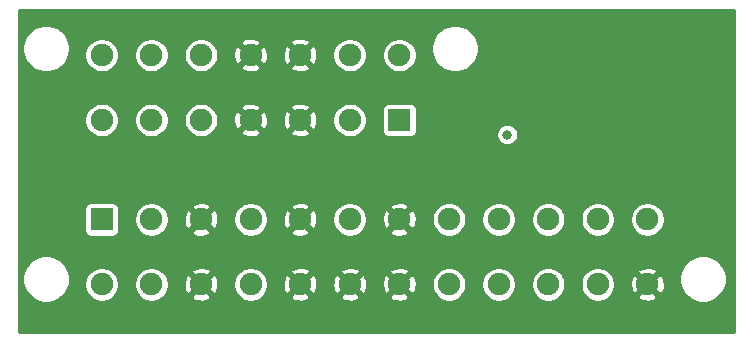
<source format=gbr>
%TF.GenerationSoftware,KiCad,Pcbnew,(5.0.2-5)-5*%
%TF.CreationDate,2023-05-01T14:03:50+02:00*%
%TF.ProjectId,SS1_ATX,5353315f-4154-4582-9e6b-696361645f70,rev?*%
%TF.SameCoordinates,Original*%
%TF.FileFunction,Copper,L4,Bot*%
%TF.FilePolarity,Positive*%
%FSLAX46Y46*%
G04 Gerber Fmt 4.6, Leading zero omitted, Abs format (unit mm)*
G04 Created by KiCad (PCBNEW (5.0.2-5)-5) date Lundi 01 mai 2023 à 14:03:50*
%MOMM*%
%LPD*%
G01*
G04 APERTURE LIST*
%TA.AperFunction,ViaPad*%
%ADD10R,1.900000X1.900000*%
%TD*%
%TA.AperFunction,ViaPad*%
%ADD11C,1.900000*%
%TD*%
%TA.AperFunction,ViaPad*%
%ADD12C,0.800000*%
%TD*%
%TA.AperFunction,Conductor*%
%ADD13C,0.254000*%
%TD*%
G04 APERTURE END LIST*
D10*
%TO.N,+5V*%
%TO.C,J2*%
X122700000Y-119890000D03*
D11*
X118500000Y-119890000D03*
X122700000Y-114390000D03*
X118500000Y-114390000D03*
%TO.N,GND*%
X114300000Y-119890000D03*
X110100000Y-119890000D03*
%TO.N,+12V*%
X105900000Y-119890000D03*
%TO.N,PWRONRST*%
X101700000Y-119890000D03*
%TO.N,Net-(J2-Pad7)*%
X97500000Y-119890000D03*
%TO.N,GND*%
X114300000Y-114390000D03*
X110100000Y-114390000D03*
%TO.N,+12V*%
X105900000Y-114390000D03*
%TO.N,-12V*%
X101700000Y-114390000D03*
%TO.N,Net-(J2-Pad14)*%
X97500000Y-114390000D03*
%TD*%
%TO.N,GND*%
%TO.C,J1*%
X143700000Y-133800000D03*
%TO.N,+5V*%
X139500000Y-133800000D03*
X135300000Y-133800000D03*
X131100000Y-133800000D03*
%TO.N,Net-(J1-Pad20)*%
X126900000Y-133800000D03*
%TO.N,GND*%
X122700000Y-133800000D03*
X118500000Y-133800000D03*
X114300000Y-133800000D03*
%TO.N,~PS-ON*%
X110100000Y-133800000D03*
%TO.N,GND*%
X105900000Y-133800000D03*
%TO.N,-12V*%
X101700000Y-133800000D03*
%TO.N,Net-(J1-Pad13)*%
X97500000Y-133800000D03*
%TO.N,Net-(J1-Pad12)*%
X143700000Y-128300000D03*
%TO.N,+12V*%
X139500000Y-128300000D03*
X135300000Y-128300000D03*
%TO.N,+5VD*%
X131100000Y-128300000D03*
%TO.N,PGOOD*%
X126900000Y-128300000D03*
%TO.N,GND*%
X122700000Y-128300000D03*
%TO.N,+5V*%
X118500000Y-128300000D03*
%TO.N,GND*%
X114300000Y-128300000D03*
%TO.N,+5V*%
X110100000Y-128300000D03*
%TO.N,GND*%
X105900000Y-128300000D03*
%TO.N,Net-(J1-Pad2)*%
X101700000Y-128300000D03*
D10*
%TO.N,Net-(J1-Pad1)*%
X97500000Y-128300000D03*
%TD*%
D12*
%TO.N,GND*%
X134720000Y-122360000D03*
X135420000Y-117910000D03*
X149863280Y-122750000D03*
%TO.N,+5V*%
X131830000Y-121120000D03*
%TD*%
D13*
%TO.N,GND*%
G36*
X151064001Y-137864000D02*
X90536000Y-137864000D01*
X90536000Y-133141934D01*
X90789000Y-133141934D01*
X90789000Y-133538066D01*
X90866282Y-133926587D01*
X91017875Y-134292566D01*
X91237955Y-134621938D01*
X91518062Y-134902045D01*
X91847434Y-135122125D01*
X92213413Y-135273718D01*
X92601934Y-135351000D01*
X92998066Y-135351000D01*
X93386587Y-135273718D01*
X93752566Y-135122125D01*
X94081938Y-134902045D01*
X94362045Y-134621938D01*
X94582125Y-134292566D01*
X94733718Y-133926587D01*
X94787520Y-133656104D01*
X96039000Y-133656104D01*
X96039000Y-133943896D01*
X96095146Y-134226158D01*
X96205279Y-134492043D01*
X96365167Y-134731333D01*
X96568667Y-134934833D01*
X96807957Y-135094721D01*
X97073842Y-135204854D01*
X97356104Y-135261000D01*
X97643896Y-135261000D01*
X97926158Y-135204854D01*
X98192043Y-135094721D01*
X98431333Y-134934833D01*
X98634833Y-134731333D01*
X98794721Y-134492043D01*
X98904854Y-134226158D01*
X98961000Y-133943896D01*
X98961000Y-133656104D01*
X100239000Y-133656104D01*
X100239000Y-133943896D01*
X100295146Y-134226158D01*
X100405279Y-134492043D01*
X100565167Y-134731333D01*
X100768667Y-134934833D01*
X101007957Y-135094721D01*
X101273842Y-135204854D01*
X101556104Y-135261000D01*
X101843896Y-135261000D01*
X102126158Y-135204854D01*
X102392043Y-135094721D01*
X102631333Y-134934833D01*
X102732879Y-134833287D01*
X105046318Y-134833287D01*
X105143071Y-135057889D01*
X105403017Y-135181388D01*
X105682062Y-135251801D01*
X105969482Y-135266423D01*
X106254232Y-135224690D01*
X106525369Y-135128207D01*
X106656929Y-135057889D01*
X106753682Y-134833287D01*
X105900000Y-133979605D01*
X105046318Y-134833287D01*
X102732879Y-134833287D01*
X102834833Y-134731333D01*
X102994721Y-134492043D01*
X103104854Y-134226158D01*
X103161000Y-133943896D01*
X103161000Y-133869482D01*
X104433577Y-133869482D01*
X104475310Y-134154232D01*
X104571793Y-134425369D01*
X104642111Y-134556929D01*
X104866713Y-134653682D01*
X105720395Y-133800000D01*
X106079605Y-133800000D01*
X106933287Y-134653682D01*
X107157889Y-134556929D01*
X107281388Y-134296983D01*
X107351801Y-134017938D01*
X107366423Y-133730518D01*
X107355517Y-133656104D01*
X108639000Y-133656104D01*
X108639000Y-133943896D01*
X108695146Y-134226158D01*
X108805279Y-134492043D01*
X108965167Y-134731333D01*
X109168667Y-134934833D01*
X109407957Y-135094721D01*
X109673842Y-135204854D01*
X109956104Y-135261000D01*
X110243896Y-135261000D01*
X110526158Y-135204854D01*
X110792043Y-135094721D01*
X111031333Y-134934833D01*
X111132879Y-134833287D01*
X113446318Y-134833287D01*
X113543071Y-135057889D01*
X113803017Y-135181388D01*
X114082062Y-135251801D01*
X114369482Y-135266423D01*
X114654232Y-135224690D01*
X114925369Y-135128207D01*
X115056929Y-135057889D01*
X115153682Y-134833287D01*
X117646318Y-134833287D01*
X117743071Y-135057889D01*
X118003017Y-135181388D01*
X118282062Y-135251801D01*
X118569482Y-135266423D01*
X118854232Y-135224690D01*
X119125369Y-135128207D01*
X119256929Y-135057889D01*
X119353682Y-134833287D01*
X121846318Y-134833287D01*
X121943071Y-135057889D01*
X122203017Y-135181388D01*
X122482062Y-135251801D01*
X122769482Y-135266423D01*
X123054232Y-135224690D01*
X123325369Y-135128207D01*
X123456929Y-135057889D01*
X123553682Y-134833287D01*
X122700000Y-133979605D01*
X121846318Y-134833287D01*
X119353682Y-134833287D01*
X118500000Y-133979605D01*
X117646318Y-134833287D01*
X115153682Y-134833287D01*
X114300000Y-133979605D01*
X113446318Y-134833287D01*
X111132879Y-134833287D01*
X111234833Y-134731333D01*
X111394721Y-134492043D01*
X111504854Y-134226158D01*
X111561000Y-133943896D01*
X111561000Y-133869482D01*
X112833577Y-133869482D01*
X112875310Y-134154232D01*
X112971793Y-134425369D01*
X113042111Y-134556929D01*
X113266713Y-134653682D01*
X114120395Y-133800000D01*
X114479605Y-133800000D01*
X115333287Y-134653682D01*
X115557889Y-134556929D01*
X115681388Y-134296983D01*
X115751801Y-134017938D01*
X115759353Y-133869482D01*
X117033577Y-133869482D01*
X117075310Y-134154232D01*
X117171793Y-134425369D01*
X117242111Y-134556929D01*
X117466713Y-134653682D01*
X118320395Y-133800000D01*
X118679605Y-133800000D01*
X119533287Y-134653682D01*
X119757889Y-134556929D01*
X119881388Y-134296983D01*
X119951801Y-134017938D01*
X119959353Y-133869482D01*
X121233577Y-133869482D01*
X121275310Y-134154232D01*
X121371793Y-134425369D01*
X121442111Y-134556929D01*
X121666713Y-134653682D01*
X122520395Y-133800000D01*
X122879605Y-133800000D01*
X123733287Y-134653682D01*
X123957889Y-134556929D01*
X124081388Y-134296983D01*
X124151801Y-134017938D01*
X124166423Y-133730518D01*
X124155517Y-133656104D01*
X125439000Y-133656104D01*
X125439000Y-133943896D01*
X125495146Y-134226158D01*
X125605279Y-134492043D01*
X125765167Y-134731333D01*
X125968667Y-134934833D01*
X126207957Y-135094721D01*
X126473842Y-135204854D01*
X126756104Y-135261000D01*
X127043896Y-135261000D01*
X127326158Y-135204854D01*
X127592043Y-135094721D01*
X127831333Y-134934833D01*
X128034833Y-134731333D01*
X128194721Y-134492043D01*
X128304854Y-134226158D01*
X128361000Y-133943896D01*
X128361000Y-133656104D01*
X129639000Y-133656104D01*
X129639000Y-133943896D01*
X129695146Y-134226158D01*
X129805279Y-134492043D01*
X129965167Y-134731333D01*
X130168667Y-134934833D01*
X130407957Y-135094721D01*
X130673842Y-135204854D01*
X130956104Y-135261000D01*
X131243896Y-135261000D01*
X131526158Y-135204854D01*
X131792043Y-135094721D01*
X132031333Y-134934833D01*
X132234833Y-134731333D01*
X132394721Y-134492043D01*
X132504854Y-134226158D01*
X132561000Y-133943896D01*
X132561000Y-133656104D01*
X133839000Y-133656104D01*
X133839000Y-133943896D01*
X133895146Y-134226158D01*
X134005279Y-134492043D01*
X134165167Y-134731333D01*
X134368667Y-134934833D01*
X134607957Y-135094721D01*
X134873842Y-135204854D01*
X135156104Y-135261000D01*
X135443896Y-135261000D01*
X135726158Y-135204854D01*
X135992043Y-135094721D01*
X136231333Y-134934833D01*
X136434833Y-134731333D01*
X136594721Y-134492043D01*
X136704854Y-134226158D01*
X136761000Y-133943896D01*
X136761000Y-133656104D01*
X138039000Y-133656104D01*
X138039000Y-133943896D01*
X138095146Y-134226158D01*
X138205279Y-134492043D01*
X138365167Y-134731333D01*
X138568667Y-134934833D01*
X138807957Y-135094721D01*
X139073842Y-135204854D01*
X139356104Y-135261000D01*
X139643896Y-135261000D01*
X139926158Y-135204854D01*
X140192043Y-135094721D01*
X140431333Y-134934833D01*
X140532879Y-134833287D01*
X142846318Y-134833287D01*
X142943071Y-135057889D01*
X143203017Y-135181388D01*
X143482062Y-135251801D01*
X143769482Y-135266423D01*
X144054232Y-135224690D01*
X144325369Y-135128207D01*
X144456929Y-135057889D01*
X144553682Y-134833287D01*
X143700000Y-133979605D01*
X142846318Y-134833287D01*
X140532879Y-134833287D01*
X140634833Y-134731333D01*
X140794721Y-134492043D01*
X140904854Y-134226158D01*
X140961000Y-133943896D01*
X140961000Y-133869482D01*
X142233577Y-133869482D01*
X142275310Y-134154232D01*
X142371793Y-134425369D01*
X142442111Y-134556929D01*
X142666713Y-134653682D01*
X143520395Y-133800000D01*
X143879605Y-133800000D01*
X144733287Y-134653682D01*
X144957889Y-134556929D01*
X145081388Y-134296983D01*
X145151801Y-134017938D01*
X145166423Y-133730518D01*
X145124690Y-133445768D01*
X145028207Y-133174631D01*
X145010731Y-133141934D01*
X146389000Y-133141934D01*
X146389000Y-133538066D01*
X146466282Y-133926587D01*
X146617875Y-134292566D01*
X146837955Y-134621938D01*
X147118062Y-134902045D01*
X147447434Y-135122125D01*
X147813413Y-135273718D01*
X148201934Y-135351000D01*
X148598066Y-135351000D01*
X148986587Y-135273718D01*
X149352566Y-135122125D01*
X149681938Y-134902045D01*
X149962045Y-134621938D01*
X150182125Y-134292566D01*
X150333718Y-133926587D01*
X150411000Y-133538066D01*
X150411000Y-133141934D01*
X150333718Y-132753413D01*
X150182125Y-132387434D01*
X149962045Y-132058062D01*
X149681938Y-131777955D01*
X149352566Y-131557875D01*
X148986587Y-131406282D01*
X148598066Y-131329000D01*
X148201934Y-131329000D01*
X147813413Y-131406282D01*
X147447434Y-131557875D01*
X147118062Y-131777955D01*
X146837955Y-132058062D01*
X146617875Y-132387434D01*
X146466282Y-132753413D01*
X146389000Y-133141934D01*
X145010731Y-133141934D01*
X144957889Y-133043071D01*
X144733287Y-132946318D01*
X143879605Y-133800000D01*
X143520395Y-133800000D01*
X142666713Y-132946318D01*
X142442111Y-133043071D01*
X142318612Y-133303017D01*
X142248199Y-133582062D01*
X142233577Y-133869482D01*
X140961000Y-133869482D01*
X140961000Y-133656104D01*
X140904854Y-133373842D01*
X140794721Y-133107957D01*
X140634833Y-132868667D01*
X140532879Y-132766713D01*
X142846318Y-132766713D01*
X143700000Y-133620395D01*
X144553682Y-132766713D01*
X144456929Y-132542111D01*
X144196983Y-132418612D01*
X143917938Y-132348199D01*
X143630518Y-132333577D01*
X143345768Y-132375310D01*
X143074631Y-132471793D01*
X142943071Y-132542111D01*
X142846318Y-132766713D01*
X140532879Y-132766713D01*
X140431333Y-132665167D01*
X140192043Y-132505279D01*
X139926158Y-132395146D01*
X139643896Y-132339000D01*
X139356104Y-132339000D01*
X139073842Y-132395146D01*
X138807957Y-132505279D01*
X138568667Y-132665167D01*
X138365167Y-132868667D01*
X138205279Y-133107957D01*
X138095146Y-133373842D01*
X138039000Y-133656104D01*
X136761000Y-133656104D01*
X136704854Y-133373842D01*
X136594721Y-133107957D01*
X136434833Y-132868667D01*
X136231333Y-132665167D01*
X135992043Y-132505279D01*
X135726158Y-132395146D01*
X135443896Y-132339000D01*
X135156104Y-132339000D01*
X134873842Y-132395146D01*
X134607957Y-132505279D01*
X134368667Y-132665167D01*
X134165167Y-132868667D01*
X134005279Y-133107957D01*
X133895146Y-133373842D01*
X133839000Y-133656104D01*
X132561000Y-133656104D01*
X132504854Y-133373842D01*
X132394721Y-133107957D01*
X132234833Y-132868667D01*
X132031333Y-132665167D01*
X131792043Y-132505279D01*
X131526158Y-132395146D01*
X131243896Y-132339000D01*
X130956104Y-132339000D01*
X130673842Y-132395146D01*
X130407957Y-132505279D01*
X130168667Y-132665167D01*
X129965167Y-132868667D01*
X129805279Y-133107957D01*
X129695146Y-133373842D01*
X129639000Y-133656104D01*
X128361000Y-133656104D01*
X128304854Y-133373842D01*
X128194721Y-133107957D01*
X128034833Y-132868667D01*
X127831333Y-132665167D01*
X127592043Y-132505279D01*
X127326158Y-132395146D01*
X127043896Y-132339000D01*
X126756104Y-132339000D01*
X126473842Y-132395146D01*
X126207957Y-132505279D01*
X125968667Y-132665167D01*
X125765167Y-132868667D01*
X125605279Y-133107957D01*
X125495146Y-133373842D01*
X125439000Y-133656104D01*
X124155517Y-133656104D01*
X124124690Y-133445768D01*
X124028207Y-133174631D01*
X123957889Y-133043071D01*
X123733287Y-132946318D01*
X122879605Y-133800000D01*
X122520395Y-133800000D01*
X121666713Y-132946318D01*
X121442111Y-133043071D01*
X121318612Y-133303017D01*
X121248199Y-133582062D01*
X121233577Y-133869482D01*
X119959353Y-133869482D01*
X119966423Y-133730518D01*
X119924690Y-133445768D01*
X119828207Y-133174631D01*
X119757889Y-133043071D01*
X119533287Y-132946318D01*
X118679605Y-133800000D01*
X118320395Y-133800000D01*
X117466713Y-132946318D01*
X117242111Y-133043071D01*
X117118612Y-133303017D01*
X117048199Y-133582062D01*
X117033577Y-133869482D01*
X115759353Y-133869482D01*
X115766423Y-133730518D01*
X115724690Y-133445768D01*
X115628207Y-133174631D01*
X115557889Y-133043071D01*
X115333287Y-132946318D01*
X114479605Y-133800000D01*
X114120395Y-133800000D01*
X113266713Y-132946318D01*
X113042111Y-133043071D01*
X112918612Y-133303017D01*
X112848199Y-133582062D01*
X112833577Y-133869482D01*
X111561000Y-133869482D01*
X111561000Y-133656104D01*
X111504854Y-133373842D01*
X111394721Y-133107957D01*
X111234833Y-132868667D01*
X111132879Y-132766713D01*
X113446318Y-132766713D01*
X114300000Y-133620395D01*
X115153682Y-132766713D01*
X117646318Y-132766713D01*
X118500000Y-133620395D01*
X119353682Y-132766713D01*
X121846318Y-132766713D01*
X122700000Y-133620395D01*
X123553682Y-132766713D01*
X123456929Y-132542111D01*
X123196983Y-132418612D01*
X122917938Y-132348199D01*
X122630518Y-132333577D01*
X122345768Y-132375310D01*
X122074631Y-132471793D01*
X121943071Y-132542111D01*
X121846318Y-132766713D01*
X119353682Y-132766713D01*
X119256929Y-132542111D01*
X118996983Y-132418612D01*
X118717938Y-132348199D01*
X118430518Y-132333577D01*
X118145768Y-132375310D01*
X117874631Y-132471793D01*
X117743071Y-132542111D01*
X117646318Y-132766713D01*
X115153682Y-132766713D01*
X115056929Y-132542111D01*
X114796983Y-132418612D01*
X114517938Y-132348199D01*
X114230518Y-132333577D01*
X113945768Y-132375310D01*
X113674631Y-132471793D01*
X113543071Y-132542111D01*
X113446318Y-132766713D01*
X111132879Y-132766713D01*
X111031333Y-132665167D01*
X110792043Y-132505279D01*
X110526158Y-132395146D01*
X110243896Y-132339000D01*
X109956104Y-132339000D01*
X109673842Y-132395146D01*
X109407957Y-132505279D01*
X109168667Y-132665167D01*
X108965167Y-132868667D01*
X108805279Y-133107957D01*
X108695146Y-133373842D01*
X108639000Y-133656104D01*
X107355517Y-133656104D01*
X107324690Y-133445768D01*
X107228207Y-133174631D01*
X107157889Y-133043071D01*
X106933287Y-132946318D01*
X106079605Y-133800000D01*
X105720395Y-133800000D01*
X104866713Y-132946318D01*
X104642111Y-133043071D01*
X104518612Y-133303017D01*
X104448199Y-133582062D01*
X104433577Y-133869482D01*
X103161000Y-133869482D01*
X103161000Y-133656104D01*
X103104854Y-133373842D01*
X102994721Y-133107957D01*
X102834833Y-132868667D01*
X102732879Y-132766713D01*
X105046318Y-132766713D01*
X105900000Y-133620395D01*
X106753682Y-132766713D01*
X106656929Y-132542111D01*
X106396983Y-132418612D01*
X106117938Y-132348199D01*
X105830518Y-132333577D01*
X105545768Y-132375310D01*
X105274631Y-132471793D01*
X105143071Y-132542111D01*
X105046318Y-132766713D01*
X102732879Y-132766713D01*
X102631333Y-132665167D01*
X102392043Y-132505279D01*
X102126158Y-132395146D01*
X101843896Y-132339000D01*
X101556104Y-132339000D01*
X101273842Y-132395146D01*
X101007957Y-132505279D01*
X100768667Y-132665167D01*
X100565167Y-132868667D01*
X100405279Y-133107957D01*
X100295146Y-133373842D01*
X100239000Y-133656104D01*
X98961000Y-133656104D01*
X98904854Y-133373842D01*
X98794721Y-133107957D01*
X98634833Y-132868667D01*
X98431333Y-132665167D01*
X98192043Y-132505279D01*
X97926158Y-132395146D01*
X97643896Y-132339000D01*
X97356104Y-132339000D01*
X97073842Y-132395146D01*
X96807957Y-132505279D01*
X96568667Y-132665167D01*
X96365167Y-132868667D01*
X96205279Y-133107957D01*
X96095146Y-133373842D01*
X96039000Y-133656104D01*
X94787520Y-133656104D01*
X94811000Y-133538066D01*
X94811000Y-133141934D01*
X94733718Y-132753413D01*
X94582125Y-132387434D01*
X94362045Y-132058062D01*
X94081938Y-131777955D01*
X93752566Y-131557875D01*
X93386587Y-131406282D01*
X92998066Y-131329000D01*
X92601934Y-131329000D01*
X92213413Y-131406282D01*
X91847434Y-131557875D01*
X91518062Y-131777955D01*
X91237955Y-132058062D01*
X91017875Y-132387434D01*
X90866282Y-132753413D01*
X90789000Y-133141934D01*
X90536000Y-133141934D01*
X90536000Y-127350000D01*
X96036528Y-127350000D01*
X96036528Y-129250000D01*
X96046394Y-129350173D01*
X96075614Y-129446497D01*
X96123064Y-129535270D01*
X96186920Y-129613080D01*
X96264730Y-129676936D01*
X96353503Y-129724386D01*
X96449827Y-129753606D01*
X96550000Y-129763472D01*
X98450000Y-129763472D01*
X98550173Y-129753606D01*
X98646497Y-129724386D01*
X98735270Y-129676936D01*
X98813080Y-129613080D01*
X98876936Y-129535270D01*
X98924386Y-129446497D01*
X98953606Y-129350173D01*
X98963472Y-129250000D01*
X98963472Y-128156104D01*
X100239000Y-128156104D01*
X100239000Y-128443896D01*
X100295146Y-128726158D01*
X100405279Y-128992043D01*
X100565167Y-129231333D01*
X100768667Y-129434833D01*
X101007957Y-129594721D01*
X101273842Y-129704854D01*
X101556104Y-129761000D01*
X101843896Y-129761000D01*
X102126158Y-129704854D01*
X102392043Y-129594721D01*
X102631333Y-129434833D01*
X102732879Y-129333287D01*
X105046318Y-129333287D01*
X105143071Y-129557889D01*
X105403017Y-129681388D01*
X105682062Y-129751801D01*
X105969482Y-129766423D01*
X106254232Y-129724690D01*
X106525369Y-129628207D01*
X106656929Y-129557889D01*
X106753682Y-129333287D01*
X105900000Y-128479605D01*
X105046318Y-129333287D01*
X102732879Y-129333287D01*
X102834833Y-129231333D01*
X102994721Y-128992043D01*
X103104854Y-128726158D01*
X103161000Y-128443896D01*
X103161000Y-128369482D01*
X104433577Y-128369482D01*
X104475310Y-128654232D01*
X104571793Y-128925369D01*
X104642111Y-129056929D01*
X104866713Y-129153682D01*
X105720395Y-128300000D01*
X106079605Y-128300000D01*
X106933287Y-129153682D01*
X107157889Y-129056929D01*
X107281388Y-128796983D01*
X107351801Y-128517938D01*
X107366423Y-128230518D01*
X107355517Y-128156104D01*
X108639000Y-128156104D01*
X108639000Y-128443896D01*
X108695146Y-128726158D01*
X108805279Y-128992043D01*
X108965167Y-129231333D01*
X109168667Y-129434833D01*
X109407957Y-129594721D01*
X109673842Y-129704854D01*
X109956104Y-129761000D01*
X110243896Y-129761000D01*
X110526158Y-129704854D01*
X110792043Y-129594721D01*
X111031333Y-129434833D01*
X111132879Y-129333287D01*
X113446318Y-129333287D01*
X113543071Y-129557889D01*
X113803017Y-129681388D01*
X114082062Y-129751801D01*
X114369482Y-129766423D01*
X114654232Y-129724690D01*
X114925369Y-129628207D01*
X115056929Y-129557889D01*
X115153682Y-129333287D01*
X114300000Y-128479605D01*
X113446318Y-129333287D01*
X111132879Y-129333287D01*
X111234833Y-129231333D01*
X111394721Y-128992043D01*
X111504854Y-128726158D01*
X111561000Y-128443896D01*
X111561000Y-128369482D01*
X112833577Y-128369482D01*
X112875310Y-128654232D01*
X112971793Y-128925369D01*
X113042111Y-129056929D01*
X113266713Y-129153682D01*
X114120395Y-128300000D01*
X114479605Y-128300000D01*
X115333287Y-129153682D01*
X115557889Y-129056929D01*
X115681388Y-128796983D01*
X115751801Y-128517938D01*
X115766423Y-128230518D01*
X115755517Y-128156104D01*
X117039000Y-128156104D01*
X117039000Y-128443896D01*
X117095146Y-128726158D01*
X117205279Y-128992043D01*
X117365167Y-129231333D01*
X117568667Y-129434833D01*
X117807957Y-129594721D01*
X118073842Y-129704854D01*
X118356104Y-129761000D01*
X118643896Y-129761000D01*
X118926158Y-129704854D01*
X119192043Y-129594721D01*
X119431333Y-129434833D01*
X119532879Y-129333287D01*
X121846318Y-129333287D01*
X121943071Y-129557889D01*
X122203017Y-129681388D01*
X122482062Y-129751801D01*
X122769482Y-129766423D01*
X123054232Y-129724690D01*
X123325369Y-129628207D01*
X123456929Y-129557889D01*
X123553682Y-129333287D01*
X122700000Y-128479605D01*
X121846318Y-129333287D01*
X119532879Y-129333287D01*
X119634833Y-129231333D01*
X119794721Y-128992043D01*
X119904854Y-128726158D01*
X119961000Y-128443896D01*
X119961000Y-128369482D01*
X121233577Y-128369482D01*
X121275310Y-128654232D01*
X121371793Y-128925369D01*
X121442111Y-129056929D01*
X121666713Y-129153682D01*
X122520395Y-128300000D01*
X122879605Y-128300000D01*
X123733287Y-129153682D01*
X123957889Y-129056929D01*
X124081388Y-128796983D01*
X124151801Y-128517938D01*
X124166423Y-128230518D01*
X124155517Y-128156104D01*
X125439000Y-128156104D01*
X125439000Y-128443896D01*
X125495146Y-128726158D01*
X125605279Y-128992043D01*
X125765167Y-129231333D01*
X125968667Y-129434833D01*
X126207957Y-129594721D01*
X126473842Y-129704854D01*
X126756104Y-129761000D01*
X127043896Y-129761000D01*
X127326158Y-129704854D01*
X127592043Y-129594721D01*
X127831333Y-129434833D01*
X128034833Y-129231333D01*
X128194721Y-128992043D01*
X128304854Y-128726158D01*
X128361000Y-128443896D01*
X128361000Y-128156104D01*
X129639000Y-128156104D01*
X129639000Y-128443896D01*
X129695146Y-128726158D01*
X129805279Y-128992043D01*
X129965167Y-129231333D01*
X130168667Y-129434833D01*
X130407957Y-129594721D01*
X130673842Y-129704854D01*
X130956104Y-129761000D01*
X131243896Y-129761000D01*
X131526158Y-129704854D01*
X131792043Y-129594721D01*
X132031333Y-129434833D01*
X132234833Y-129231333D01*
X132394721Y-128992043D01*
X132504854Y-128726158D01*
X132561000Y-128443896D01*
X132561000Y-128156104D01*
X133839000Y-128156104D01*
X133839000Y-128443896D01*
X133895146Y-128726158D01*
X134005279Y-128992043D01*
X134165167Y-129231333D01*
X134368667Y-129434833D01*
X134607957Y-129594721D01*
X134873842Y-129704854D01*
X135156104Y-129761000D01*
X135443896Y-129761000D01*
X135726158Y-129704854D01*
X135992043Y-129594721D01*
X136231333Y-129434833D01*
X136434833Y-129231333D01*
X136594721Y-128992043D01*
X136704854Y-128726158D01*
X136761000Y-128443896D01*
X136761000Y-128156104D01*
X138039000Y-128156104D01*
X138039000Y-128443896D01*
X138095146Y-128726158D01*
X138205279Y-128992043D01*
X138365167Y-129231333D01*
X138568667Y-129434833D01*
X138807957Y-129594721D01*
X139073842Y-129704854D01*
X139356104Y-129761000D01*
X139643896Y-129761000D01*
X139926158Y-129704854D01*
X140192043Y-129594721D01*
X140431333Y-129434833D01*
X140634833Y-129231333D01*
X140794721Y-128992043D01*
X140904854Y-128726158D01*
X140961000Y-128443896D01*
X140961000Y-128156104D01*
X142239000Y-128156104D01*
X142239000Y-128443896D01*
X142295146Y-128726158D01*
X142405279Y-128992043D01*
X142565167Y-129231333D01*
X142768667Y-129434833D01*
X143007957Y-129594721D01*
X143273842Y-129704854D01*
X143556104Y-129761000D01*
X143843896Y-129761000D01*
X144126158Y-129704854D01*
X144392043Y-129594721D01*
X144631333Y-129434833D01*
X144834833Y-129231333D01*
X144994721Y-128992043D01*
X145104854Y-128726158D01*
X145161000Y-128443896D01*
X145161000Y-128156104D01*
X145104854Y-127873842D01*
X144994721Y-127607957D01*
X144834833Y-127368667D01*
X144631333Y-127165167D01*
X144392043Y-127005279D01*
X144126158Y-126895146D01*
X143843896Y-126839000D01*
X143556104Y-126839000D01*
X143273842Y-126895146D01*
X143007957Y-127005279D01*
X142768667Y-127165167D01*
X142565167Y-127368667D01*
X142405279Y-127607957D01*
X142295146Y-127873842D01*
X142239000Y-128156104D01*
X140961000Y-128156104D01*
X140904854Y-127873842D01*
X140794721Y-127607957D01*
X140634833Y-127368667D01*
X140431333Y-127165167D01*
X140192043Y-127005279D01*
X139926158Y-126895146D01*
X139643896Y-126839000D01*
X139356104Y-126839000D01*
X139073842Y-126895146D01*
X138807957Y-127005279D01*
X138568667Y-127165167D01*
X138365167Y-127368667D01*
X138205279Y-127607957D01*
X138095146Y-127873842D01*
X138039000Y-128156104D01*
X136761000Y-128156104D01*
X136704854Y-127873842D01*
X136594721Y-127607957D01*
X136434833Y-127368667D01*
X136231333Y-127165167D01*
X135992043Y-127005279D01*
X135726158Y-126895146D01*
X135443896Y-126839000D01*
X135156104Y-126839000D01*
X134873842Y-126895146D01*
X134607957Y-127005279D01*
X134368667Y-127165167D01*
X134165167Y-127368667D01*
X134005279Y-127607957D01*
X133895146Y-127873842D01*
X133839000Y-128156104D01*
X132561000Y-128156104D01*
X132504854Y-127873842D01*
X132394721Y-127607957D01*
X132234833Y-127368667D01*
X132031333Y-127165167D01*
X131792043Y-127005279D01*
X131526158Y-126895146D01*
X131243896Y-126839000D01*
X130956104Y-126839000D01*
X130673842Y-126895146D01*
X130407957Y-127005279D01*
X130168667Y-127165167D01*
X129965167Y-127368667D01*
X129805279Y-127607957D01*
X129695146Y-127873842D01*
X129639000Y-128156104D01*
X128361000Y-128156104D01*
X128304854Y-127873842D01*
X128194721Y-127607957D01*
X128034833Y-127368667D01*
X127831333Y-127165167D01*
X127592043Y-127005279D01*
X127326158Y-126895146D01*
X127043896Y-126839000D01*
X126756104Y-126839000D01*
X126473842Y-126895146D01*
X126207957Y-127005279D01*
X125968667Y-127165167D01*
X125765167Y-127368667D01*
X125605279Y-127607957D01*
X125495146Y-127873842D01*
X125439000Y-128156104D01*
X124155517Y-128156104D01*
X124124690Y-127945768D01*
X124028207Y-127674631D01*
X123957889Y-127543071D01*
X123733287Y-127446318D01*
X122879605Y-128300000D01*
X122520395Y-128300000D01*
X121666713Y-127446318D01*
X121442111Y-127543071D01*
X121318612Y-127803017D01*
X121248199Y-128082062D01*
X121233577Y-128369482D01*
X119961000Y-128369482D01*
X119961000Y-128156104D01*
X119904854Y-127873842D01*
X119794721Y-127607957D01*
X119634833Y-127368667D01*
X119532879Y-127266713D01*
X121846318Y-127266713D01*
X122700000Y-128120395D01*
X123553682Y-127266713D01*
X123456929Y-127042111D01*
X123196983Y-126918612D01*
X122917938Y-126848199D01*
X122630518Y-126833577D01*
X122345768Y-126875310D01*
X122074631Y-126971793D01*
X121943071Y-127042111D01*
X121846318Y-127266713D01*
X119532879Y-127266713D01*
X119431333Y-127165167D01*
X119192043Y-127005279D01*
X118926158Y-126895146D01*
X118643896Y-126839000D01*
X118356104Y-126839000D01*
X118073842Y-126895146D01*
X117807957Y-127005279D01*
X117568667Y-127165167D01*
X117365167Y-127368667D01*
X117205279Y-127607957D01*
X117095146Y-127873842D01*
X117039000Y-128156104D01*
X115755517Y-128156104D01*
X115724690Y-127945768D01*
X115628207Y-127674631D01*
X115557889Y-127543071D01*
X115333287Y-127446318D01*
X114479605Y-128300000D01*
X114120395Y-128300000D01*
X113266713Y-127446318D01*
X113042111Y-127543071D01*
X112918612Y-127803017D01*
X112848199Y-128082062D01*
X112833577Y-128369482D01*
X111561000Y-128369482D01*
X111561000Y-128156104D01*
X111504854Y-127873842D01*
X111394721Y-127607957D01*
X111234833Y-127368667D01*
X111132879Y-127266713D01*
X113446318Y-127266713D01*
X114300000Y-128120395D01*
X115153682Y-127266713D01*
X115056929Y-127042111D01*
X114796983Y-126918612D01*
X114517938Y-126848199D01*
X114230518Y-126833577D01*
X113945768Y-126875310D01*
X113674631Y-126971793D01*
X113543071Y-127042111D01*
X113446318Y-127266713D01*
X111132879Y-127266713D01*
X111031333Y-127165167D01*
X110792043Y-127005279D01*
X110526158Y-126895146D01*
X110243896Y-126839000D01*
X109956104Y-126839000D01*
X109673842Y-126895146D01*
X109407957Y-127005279D01*
X109168667Y-127165167D01*
X108965167Y-127368667D01*
X108805279Y-127607957D01*
X108695146Y-127873842D01*
X108639000Y-128156104D01*
X107355517Y-128156104D01*
X107324690Y-127945768D01*
X107228207Y-127674631D01*
X107157889Y-127543071D01*
X106933287Y-127446318D01*
X106079605Y-128300000D01*
X105720395Y-128300000D01*
X104866713Y-127446318D01*
X104642111Y-127543071D01*
X104518612Y-127803017D01*
X104448199Y-128082062D01*
X104433577Y-128369482D01*
X103161000Y-128369482D01*
X103161000Y-128156104D01*
X103104854Y-127873842D01*
X102994721Y-127607957D01*
X102834833Y-127368667D01*
X102732879Y-127266713D01*
X105046318Y-127266713D01*
X105900000Y-128120395D01*
X106753682Y-127266713D01*
X106656929Y-127042111D01*
X106396983Y-126918612D01*
X106117938Y-126848199D01*
X105830518Y-126833577D01*
X105545768Y-126875310D01*
X105274631Y-126971793D01*
X105143071Y-127042111D01*
X105046318Y-127266713D01*
X102732879Y-127266713D01*
X102631333Y-127165167D01*
X102392043Y-127005279D01*
X102126158Y-126895146D01*
X101843896Y-126839000D01*
X101556104Y-126839000D01*
X101273842Y-126895146D01*
X101007957Y-127005279D01*
X100768667Y-127165167D01*
X100565167Y-127368667D01*
X100405279Y-127607957D01*
X100295146Y-127873842D01*
X100239000Y-128156104D01*
X98963472Y-128156104D01*
X98963472Y-127350000D01*
X98953606Y-127249827D01*
X98924386Y-127153503D01*
X98876936Y-127064730D01*
X98813080Y-126986920D01*
X98735270Y-126923064D01*
X98646497Y-126875614D01*
X98550173Y-126846394D01*
X98450000Y-126836528D01*
X96550000Y-126836528D01*
X96449827Y-126846394D01*
X96353503Y-126875614D01*
X96264730Y-126923064D01*
X96186920Y-126986920D01*
X96123064Y-127064730D01*
X96075614Y-127153503D01*
X96046394Y-127249827D01*
X96036528Y-127350000D01*
X90536000Y-127350000D01*
X90536000Y-119746104D01*
X96039000Y-119746104D01*
X96039000Y-120033896D01*
X96095146Y-120316158D01*
X96205279Y-120582043D01*
X96365167Y-120821333D01*
X96568667Y-121024833D01*
X96807957Y-121184721D01*
X97073842Y-121294854D01*
X97356104Y-121351000D01*
X97643896Y-121351000D01*
X97926158Y-121294854D01*
X98192043Y-121184721D01*
X98431333Y-121024833D01*
X98634833Y-120821333D01*
X98794721Y-120582043D01*
X98904854Y-120316158D01*
X98961000Y-120033896D01*
X98961000Y-119746104D01*
X100239000Y-119746104D01*
X100239000Y-120033896D01*
X100295146Y-120316158D01*
X100405279Y-120582043D01*
X100565167Y-120821333D01*
X100768667Y-121024833D01*
X101007957Y-121184721D01*
X101273842Y-121294854D01*
X101556104Y-121351000D01*
X101843896Y-121351000D01*
X102126158Y-121294854D01*
X102392043Y-121184721D01*
X102631333Y-121024833D01*
X102834833Y-120821333D01*
X102994721Y-120582043D01*
X103104854Y-120316158D01*
X103161000Y-120033896D01*
X103161000Y-119746104D01*
X104439000Y-119746104D01*
X104439000Y-120033896D01*
X104495146Y-120316158D01*
X104605279Y-120582043D01*
X104765167Y-120821333D01*
X104968667Y-121024833D01*
X105207957Y-121184721D01*
X105473842Y-121294854D01*
X105756104Y-121351000D01*
X106043896Y-121351000D01*
X106326158Y-121294854D01*
X106592043Y-121184721D01*
X106831333Y-121024833D01*
X106932879Y-120923287D01*
X109246318Y-120923287D01*
X109343071Y-121147889D01*
X109603017Y-121271388D01*
X109882062Y-121341801D01*
X110169482Y-121356423D01*
X110454232Y-121314690D01*
X110725369Y-121218207D01*
X110856929Y-121147889D01*
X110953682Y-120923287D01*
X113446318Y-120923287D01*
X113543071Y-121147889D01*
X113803017Y-121271388D01*
X114082062Y-121341801D01*
X114369482Y-121356423D01*
X114654232Y-121314690D01*
X114925369Y-121218207D01*
X115056929Y-121147889D01*
X115153682Y-120923287D01*
X114300000Y-120069605D01*
X113446318Y-120923287D01*
X110953682Y-120923287D01*
X110100000Y-120069605D01*
X109246318Y-120923287D01*
X106932879Y-120923287D01*
X107034833Y-120821333D01*
X107194721Y-120582043D01*
X107304854Y-120316158D01*
X107361000Y-120033896D01*
X107361000Y-119959482D01*
X108633577Y-119959482D01*
X108675310Y-120244232D01*
X108771793Y-120515369D01*
X108842111Y-120646929D01*
X109066713Y-120743682D01*
X109920395Y-119890000D01*
X110279605Y-119890000D01*
X111133287Y-120743682D01*
X111357889Y-120646929D01*
X111481388Y-120386983D01*
X111551801Y-120107938D01*
X111559353Y-119959482D01*
X112833577Y-119959482D01*
X112875310Y-120244232D01*
X112971793Y-120515369D01*
X113042111Y-120646929D01*
X113266713Y-120743682D01*
X114120395Y-119890000D01*
X114479605Y-119890000D01*
X115333287Y-120743682D01*
X115557889Y-120646929D01*
X115681388Y-120386983D01*
X115751801Y-120107938D01*
X115766423Y-119820518D01*
X115755517Y-119746104D01*
X117039000Y-119746104D01*
X117039000Y-120033896D01*
X117095146Y-120316158D01*
X117205279Y-120582043D01*
X117365167Y-120821333D01*
X117568667Y-121024833D01*
X117807957Y-121184721D01*
X118073842Y-121294854D01*
X118356104Y-121351000D01*
X118643896Y-121351000D01*
X118926158Y-121294854D01*
X119192043Y-121184721D01*
X119431333Y-121024833D01*
X119634833Y-120821333D01*
X119794721Y-120582043D01*
X119904854Y-120316158D01*
X119961000Y-120033896D01*
X119961000Y-119746104D01*
X119904854Y-119463842D01*
X119794721Y-119197957D01*
X119634833Y-118958667D01*
X119616166Y-118940000D01*
X121236528Y-118940000D01*
X121236528Y-120840000D01*
X121246394Y-120940173D01*
X121275614Y-121036497D01*
X121323064Y-121125270D01*
X121386920Y-121203080D01*
X121464730Y-121266936D01*
X121553503Y-121314386D01*
X121649827Y-121343606D01*
X121750000Y-121353472D01*
X123650000Y-121353472D01*
X123750173Y-121343606D01*
X123846497Y-121314386D01*
X123935270Y-121266936D01*
X124013080Y-121203080D01*
X124076936Y-121125270D01*
X124124386Y-121036497D01*
X124126273Y-121030274D01*
X130919000Y-121030274D01*
X130919000Y-121209726D01*
X130954009Y-121385729D01*
X131022682Y-121551520D01*
X131122380Y-121700729D01*
X131249271Y-121827620D01*
X131398480Y-121927318D01*
X131564271Y-121995991D01*
X131740274Y-122031000D01*
X131919726Y-122031000D01*
X132095729Y-121995991D01*
X132261520Y-121927318D01*
X132410729Y-121827620D01*
X132537620Y-121700729D01*
X132637318Y-121551520D01*
X132705991Y-121385729D01*
X132741000Y-121209726D01*
X132741000Y-121030274D01*
X132705991Y-120854271D01*
X132637318Y-120688480D01*
X132537620Y-120539271D01*
X132410729Y-120412380D01*
X132261520Y-120312682D01*
X132095729Y-120244009D01*
X131919726Y-120209000D01*
X131740274Y-120209000D01*
X131564271Y-120244009D01*
X131398480Y-120312682D01*
X131249271Y-120412380D01*
X131122380Y-120539271D01*
X131022682Y-120688480D01*
X130954009Y-120854271D01*
X130919000Y-121030274D01*
X124126273Y-121030274D01*
X124153606Y-120940173D01*
X124163472Y-120840000D01*
X124163472Y-118940000D01*
X124153606Y-118839827D01*
X124124386Y-118743503D01*
X124076936Y-118654730D01*
X124013080Y-118576920D01*
X123935270Y-118513064D01*
X123846497Y-118465614D01*
X123750173Y-118436394D01*
X123650000Y-118426528D01*
X121750000Y-118426528D01*
X121649827Y-118436394D01*
X121553503Y-118465614D01*
X121464730Y-118513064D01*
X121386920Y-118576920D01*
X121323064Y-118654730D01*
X121275614Y-118743503D01*
X121246394Y-118839827D01*
X121236528Y-118940000D01*
X119616166Y-118940000D01*
X119431333Y-118755167D01*
X119192043Y-118595279D01*
X118926158Y-118485146D01*
X118643896Y-118429000D01*
X118356104Y-118429000D01*
X118073842Y-118485146D01*
X117807957Y-118595279D01*
X117568667Y-118755167D01*
X117365167Y-118958667D01*
X117205279Y-119197957D01*
X117095146Y-119463842D01*
X117039000Y-119746104D01*
X115755517Y-119746104D01*
X115724690Y-119535768D01*
X115628207Y-119264631D01*
X115557889Y-119133071D01*
X115333287Y-119036318D01*
X114479605Y-119890000D01*
X114120395Y-119890000D01*
X113266713Y-119036318D01*
X113042111Y-119133071D01*
X112918612Y-119393017D01*
X112848199Y-119672062D01*
X112833577Y-119959482D01*
X111559353Y-119959482D01*
X111566423Y-119820518D01*
X111524690Y-119535768D01*
X111428207Y-119264631D01*
X111357889Y-119133071D01*
X111133287Y-119036318D01*
X110279605Y-119890000D01*
X109920395Y-119890000D01*
X109066713Y-119036318D01*
X108842111Y-119133071D01*
X108718612Y-119393017D01*
X108648199Y-119672062D01*
X108633577Y-119959482D01*
X107361000Y-119959482D01*
X107361000Y-119746104D01*
X107304854Y-119463842D01*
X107194721Y-119197957D01*
X107034833Y-118958667D01*
X106932879Y-118856713D01*
X109246318Y-118856713D01*
X110100000Y-119710395D01*
X110953682Y-118856713D01*
X113446318Y-118856713D01*
X114300000Y-119710395D01*
X115153682Y-118856713D01*
X115056929Y-118632111D01*
X114796983Y-118508612D01*
X114517938Y-118438199D01*
X114230518Y-118423577D01*
X113945768Y-118465310D01*
X113674631Y-118561793D01*
X113543071Y-118632111D01*
X113446318Y-118856713D01*
X110953682Y-118856713D01*
X110856929Y-118632111D01*
X110596983Y-118508612D01*
X110317938Y-118438199D01*
X110030518Y-118423577D01*
X109745768Y-118465310D01*
X109474631Y-118561793D01*
X109343071Y-118632111D01*
X109246318Y-118856713D01*
X106932879Y-118856713D01*
X106831333Y-118755167D01*
X106592043Y-118595279D01*
X106326158Y-118485146D01*
X106043896Y-118429000D01*
X105756104Y-118429000D01*
X105473842Y-118485146D01*
X105207957Y-118595279D01*
X104968667Y-118755167D01*
X104765167Y-118958667D01*
X104605279Y-119197957D01*
X104495146Y-119463842D01*
X104439000Y-119746104D01*
X103161000Y-119746104D01*
X103104854Y-119463842D01*
X102994721Y-119197957D01*
X102834833Y-118958667D01*
X102631333Y-118755167D01*
X102392043Y-118595279D01*
X102126158Y-118485146D01*
X101843896Y-118429000D01*
X101556104Y-118429000D01*
X101273842Y-118485146D01*
X101007957Y-118595279D01*
X100768667Y-118755167D01*
X100565167Y-118958667D01*
X100405279Y-119197957D01*
X100295146Y-119463842D01*
X100239000Y-119746104D01*
X98961000Y-119746104D01*
X98904854Y-119463842D01*
X98794721Y-119197957D01*
X98634833Y-118958667D01*
X98431333Y-118755167D01*
X98192043Y-118595279D01*
X97926158Y-118485146D01*
X97643896Y-118429000D01*
X97356104Y-118429000D01*
X97073842Y-118485146D01*
X96807957Y-118595279D01*
X96568667Y-118755167D01*
X96365167Y-118958667D01*
X96205279Y-119197957D01*
X96095146Y-119463842D01*
X96039000Y-119746104D01*
X90536000Y-119746104D01*
X90536000Y-113631934D01*
X90789000Y-113631934D01*
X90789000Y-114028066D01*
X90866282Y-114416587D01*
X91017875Y-114782566D01*
X91237955Y-115111938D01*
X91518062Y-115392045D01*
X91847434Y-115612125D01*
X92213413Y-115763718D01*
X92601934Y-115841000D01*
X92998066Y-115841000D01*
X93386587Y-115763718D01*
X93752566Y-115612125D01*
X94081938Y-115392045D01*
X94362045Y-115111938D01*
X94582125Y-114782566D01*
X94733718Y-114416587D01*
X94767629Y-114246104D01*
X96039000Y-114246104D01*
X96039000Y-114533896D01*
X96095146Y-114816158D01*
X96205279Y-115082043D01*
X96365167Y-115321333D01*
X96568667Y-115524833D01*
X96807957Y-115684721D01*
X97073842Y-115794854D01*
X97356104Y-115851000D01*
X97643896Y-115851000D01*
X97926158Y-115794854D01*
X98192043Y-115684721D01*
X98431333Y-115524833D01*
X98634833Y-115321333D01*
X98794721Y-115082043D01*
X98904854Y-114816158D01*
X98961000Y-114533896D01*
X98961000Y-114246104D01*
X100239000Y-114246104D01*
X100239000Y-114533896D01*
X100295146Y-114816158D01*
X100405279Y-115082043D01*
X100565167Y-115321333D01*
X100768667Y-115524833D01*
X101007957Y-115684721D01*
X101273842Y-115794854D01*
X101556104Y-115851000D01*
X101843896Y-115851000D01*
X102126158Y-115794854D01*
X102392043Y-115684721D01*
X102631333Y-115524833D01*
X102834833Y-115321333D01*
X102994721Y-115082043D01*
X103104854Y-114816158D01*
X103161000Y-114533896D01*
X103161000Y-114246104D01*
X104439000Y-114246104D01*
X104439000Y-114533896D01*
X104495146Y-114816158D01*
X104605279Y-115082043D01*
X104765167Y-115321333D01*
X104968667Y-115524833D01*
X105207957Y-115684721D01*
X105473842Y-115794854D01*
X105756104Y-115851000D01*
X106043896Y-115851000D01*
X106326158Y-115794854D01*
X106592043Y-115684721D01*
X106831333Y-115524833D01*
X106932879Y-115423287D01*
X109246318Y-115423287D01*
X109343071Y-115647889D01*
X109603017Y-115771388D01*
X109882062Y-115841801D01*
X110169482Y-115856423D01*
X110454232Y-115814690D01*
X110725369Y-115718207D01*
X110856929Y-115647889D01*
X110953682Y-115423287D01*
X113446318Y-115423287D01*
X113543071Y-115647889D01*
X113803017Y-115771388D01*
X114082062Y-115841801D01*
X114369482Y-115856423D01*
X114654232Y-115814690D01*
X114925369Y-115718207D01*
X115056929Y-115647889D01*
X115153682Y-115423287D01*
X114300000Y-114569605D01*
X113446318Y-115423287D01*
X110953682Y-115423287D01*
X110100000Y-114569605D01*
X109246318Y-115423287D01*
X106932879Y-115423287D01*
X107034833Y-115321333D01*
X107194721Y-115082043D01*
X107304854Y-114816158D01*
X107361000Y-114533896D01*
X107361000Y-114459482D01*
X108633577Y-114459482D01*
X108675310Y-114744232D01*
X108771793Y-115015369D01*
X108842111Y-115146929D01*
X109066713Y-115243682D01*
X109920395Y-114390000D01*
X110279605Y-114390000D01*
X111133287Y-115243682D01*
X111357889Y-115146929D01*
X111481388Y-114886983D01*
X111551801Y-114607938D01*
X111559353Y-114459482D01*
X112833577Y-114459482D01*
X112875310Y-114744232D01*
X112971793Y-115015369D01*
X113042111Y-115146929D01*
X113266713Y-115243682D01*
X114120395Y-114390000D01*
X114479605Y-114390000D01*
X115333287Y-115243682D01*
X115557889Y-115146929D01*
X115681388Y-114886983D01*
X115751801Y-114607938D01*
X115766423Y-114320518D01*
X115755517Y-114246104D01*
X117039000Y-114246104D01*
X117039000Y-114533896D01*
X117095146Y-114816158D01*
X117205279Y-115082043D01*
X117365167Y-115321333D01*
X117568667Y-115524833D01*
X117807957Y-115684721D01*
X118073842Y-115794854D01*
X118356104Y-115851000D01*
X118643896Y-115851000D01*
X118926158Y-115794854D01*
X119192043Y-115684721D01*
X119431333Y-115524833D01*
X119634833Y-115321333D01*
X119794721Y-115082043D01*
X119904854Y-114816158D01*
X119961000Y-114533896D01*
X119961000Y-114246104D01*
X121239000Y-114246104D01*
X121239000Y-114533896D01*
X121295146Y-114816158D01*
X121405279Y-115082043D01*
X121565167Y-115321333D01*
X121768667Y-115524833D01*
X122007957Y-115684721D01*
X122273842Y-115794854D01*
X122556104Y-115851000D01*
X122843896Y-115851000D01*
X123126158Y-115794854D01*
X123392043Y-115684721D01*
X123631333Y-115524833D01*
X123834833Y-115321333D01*
X123994721Y-115082043D01*
X124104854Y-114816158D01*
X124161000Y-114533896D01*
X124161000Y-114246104D01*
X124104854Y-113963842D01*
X123994721Y-113697957D01*
X123950606Y-113631934D01*
X125389000Y-113631934D01*
X125389000Y-114028066D01*
X125466282Y-114416587D01*
X125617875Y-114782566D01*
X125837955Y-115111938D01*
X126118062Y-115392045D01*
X126447434Y-115612125D01*
X126813413Y-115763718D01*
X127201934Y-115841000D01*
X127598066Y-115841000D01*
X127986587Y-115763718D01*
X128352566Y-115612125D01*
X128681938Y-115392045D01*
X128962045Y-115111938D01*
X129182125Y-114782566D01*
X129333718Y-114416587D01*
X129411000Y-114028066D01*
X129411000Y-113631934D01*
X129333718Y-113243413D01*
X129182125Y-112877434D01*
X128962045Y-112548062D01*
X128681938Y-112267955D01*
X128352566Y-112047875D01*
X127986587Y-111896282D01*
X127598066Y-111819000D01*
X127201934Y-111819000D01*
X126813413Y-111896282D01*
X126447434Y-112047875D01*
X126118062Y-112267955D01*
X125837955Y-112548062D01*
X125617875Y-112877434D01*
X125466282Y-113243413D01*
X125389000Y-113631934D01*
X123950606Y-113631934D01*
X123834833Y-113458667D01*
X123631333Y-113255167D01*
X123392043Y-113095279D01*
X123126158Y-112985146D01*
X122843896Y-112929000D01*
X122556104Y-112929000D01*
X122273842Y-112985146D01*
X122007957Y-113095279D01*
X121768667Y-113255167D01*
X121565167Y-113458667D01*
X121405279Y-113697957D01*
X121295146Y-113963842D01*
X121239000Y-114246104D01*
X119961000Y-114246104D01*
X119904854Y-113963842D01*
X119794721Y-113697957D01*
X119634833Y-113458667D01*
X119431333Y-113255167D01*
X119192043Y-113095279D01*
X118926158Y-112985146D01*
X118643896Y-112929000D01*
X118356104Y-112929000D01*
X118073842Y-112985146D01*
X117807957Y-113095279D01*
X117568667Y-113255167D01*
X117365167Y-113458667D01*
X117205279Y-113697957D01*
X117095146Y-113963842D01*
X117039000Y-114246104D01*
X115755517Y-114246104D01*
X115724690Y-114035768D01*
X115628207Y-113764631D01*
X115557889Y-113633071D01*
X115333287Y-113536318D01*
X114479605Y-114390000D01*
X114120395Y-114390000D01*
X113266713Y-113536318D01*
X113042111Y-113633071D01*
X112918612Y-113893017D01*
X112848199Y-114172062D01*
X112833577Y-114459482D01*
X111559353Y-114459482D01*
X111566423Y-114320518D01*
X111524690Y-114035768D01*
X111428207Y-113764631D01*
X111357889Y-113633071D01*
X111133287Y-113536318D01*
X110279605Y-114390000D01*
X109920395Y-114390000D01*
X109066713Y-113536318D01*
X108842111Y-113633071D01*
X108718612Y-113893017D01*
X108648199Y-114172062D01*
X108633577Y-114459482D01*
X107361000Y-114459482D01*
X107361000Y-114246104D01*
X107304854Y-113963842D01*
X107194721Y-113697957D01*
X107034833Y-113458667D01*
X106932879Y-113356713D01*
X109246318Y-113356713D01*
X110100000Y-114210395D01*
X110953682Y-113356713D01*
X113446318Y-113356713D01*
X114300000Y-114210395D01*
X115153682Y-113356713D01*
X115056929Y-113132111D01*
X114796983Y-113008612D01*
X114517938Y-112938199D01*
X114230518Y-112923577D01*
X113945768Y-112965310D01*
X113674631Y-113061793D01*
X113543071Y-113132111D01*
X113446318Y-113356713D01*
X110953682Y-113356713D01*
X110856929Y-113132111D01*
X110596983Y-113008612D01*
X110317938Y-112938199D01*
X110030518Y-112923577D01*
X109745768Y-112965310D01*
X109474631Y-113061793D01*
X109343071Y-113132111D01*
X109246318Y-113356713D01*
X106932879Y-113356713D01*
X106831333Y-113255167D01*
X106592043Y-113095279D01*
X106326158Y-112985146D01*
X106043896Y-112929000D01*
X105756104Y-112929000D01*
X105473842Y-112985146D01*
X105207957Y-113095279D01*
X104968667Y-113255167D01*
X104765167Y-113458667D01*
X104605279Y-113697957D01*
X104495146Y-113963842D01*
X104439000Y-114246104D01*
X103161000Y-114246104D01*
X103104854Y-113963842D01*
X102994721Y-113697957D01*
X102834833Y-113458667D01*
X102631333Y-113255167D01*
X102392043Y-113095279D01*
X102126158Y-112985146D01*
X101843896Y-112929000D01*
X101556104Y-112929000D01*
X101273842Y-112985146D01*
X101007957Y-113095279D01*
X100768667Y-113255167D01*
X100565167Y-113458667D01*
X100405279Y-113697957D01*
X100295146Y-113963842D01*
X100239000Y-114246104D01*
X98961000Y-114246104D01*
X98904854Y-113963842D01*
X98794721Y-113697957D01*
X98634833Y-113458667D01*
X98431333Y-113255167D01*
X98192043Y-113095279D01*
X97926158Y-112985146D01*
X97643896Y-112929000D01*
X97356104Y-112929000D01*
X97073842Y-112985146D01*
X96807957Y-113095279D01*
X96568667Y-113255167D01*
X96365167Y-113458667D01*
X96205279Y-113697957D01*
X96095146Y-113963842D01*
X96039000Y-114246104D01*
X94767629Y-114246104D01*
X94811000Y-114028066D01*
X94811000Y-113631934D01*
X94733718Y-113243413D01*
X94582125Y-112877434D01*
X94362045Y-112548062D01*
X94081938Y-112267955D01*
X93752566Y-112047875D01*
X93386587Y-111896282D01*
X92998066Y-111819000D01*
X92601934Y-111819000D01*
X92213413Y-111896282D01*
X91847434Y-112047875D01*
X91518062Y-112267955D01*
X91237955Y-112548062D01*
X91017875Y-112877434D01*
X90866282Y-113243413D01*
X90789000Y-113631934D01*
X90536000Y-113631934D01*
X90536000Y-110536000D01*
X151064000Y-110536000D01*
X151064001Y-137864000D01*
X151064001Y-137864000D01*
G37*
X151064001Y-137864000D02*
X90536000Y-137864000D01*
X90536000Y-133141934D01*
X90789000Y-133141934D01*
X90789000Y-133538066D01*
X90866282Y-133926587D01*
X91017875Y-134292566D01*
X91237955Y-134621938D01*
X91518062Y-134902045D01*
X91847434Y-135122125D01*
X92213413Y-135273718D01*
X92601934Y-135351000D01*
X92998066Y-135351000D01*
X93386587Y-135273718D01*
X93752566Y-135122125D01*
X94081938Y-134902045D01*
X94362045Y-134621938D01*
X94582125Y-134292566D01*
X94733718Y-133926587D01*
X94787520Y-133656104D01*
X96039000Y-133656104D01*
X96039000Y-133943896D01*
X96095146Y-134226158D01*
X96205279Y-134492043D01*
X96365167Y-134731333D01*
X96568667Y-134934833D01*
X96807957Y-135094721D01*
X97073842Y-135204854D01*
X97356104Y-135261000D01*
X97643896Y-135261000D01*
X97926158Y-135204854D01*
X98192043Y-135094721D01*
X98431333Y-134934833D01*
X98634833Y-134731333D01*
X98794721Y-134492043D01*
X98904854Y-134226158D01*
X98961000Y-133943896D01*
X98961000Y-133656104D01*
X100239000Y-133656104D01*
X100239000Y-133943896D01*
X100295146Y-134226158D01*
X100405279Y-134492043D01*
X100565167Y-134731333D01*
X100768667Y-134934833D01*
X101007957Y-135094721D01*
X101273842Y-135204854D01*
X101556104Y-135261000D01*
X101843896Y-135261000D01*
X102126158Y-135204854D01*
X102392043Y-135094721D01*
X102631333Y-134934833D01*
X102732879Y-134833287D01*
X105046318Y-134833287D01*
X105143071Y-135057889D01*
X105403017Y-135181388D01*
X105682062Y-135251801D01*
X105969482Y-135266423D01*
X106254232Y-135224690D01*
X106525369Y-135128207D01*
X106656929Y-135057889D01*
X106753682Y-134833287D01*
X105900000Y-133979605D01*
X105046318Y-134833287D01*
X102732879Y-134833287D01*
X102834833Y-134731333D01*
X102994721Y-134492043D01*
X103104854Y-134226158D01*
X103161000Y-133943896D01*
X103161000Y-133869482D01*
X104433577Y-133869482D01*
X104475310Y-134154232D01*
X104571793Y-134425369D01*
X104642111Y-134556929D01*
X104866713Y-134653682D01*
X105720395Y-133800000D01*
X106079605Y-133800000D01*
X106933287Y-134653682D01*
X107157889Y-134556929D01*
X107281388Y-134296983D01*
X107351801Y-134017938D01*
X107366423Y-133730518D01*
X107355517Y-133656104D01*
X108639000Y-133656104D01*
X108639000Y-133943896D01*
X108695146Y-134226158D01*
X108805279Y-134492043D01*
X108965167Y-134731333D01*
X109168667Y-134934833D01*
X109407957Y-135094721D01*
X109673842Y-135204854D01*
X109956104Y-135261000D01*
X110243896Y-135261000D01*
X110526158Y-135204854D01*
X110792043Y-135094721D01*
X111031333Y-134934833D01*
X111132879Y-134833287D01*
X113446318Y-134833287D01*
X113543071Y-135057889D01*
X113803017Y-135181388D01*
X114082062Y-135251801D01*
X114369482Y-135266423D01*
X114654232Y-135224690D01*
X114925369Y-135128207D01*
X115056929Y-135057889D01*
X115153682Y-134833287D01*
X117646318Y-134833287D01*
X117743071Y-135057889D01*
X118003017Y-135181388D01*
X118282062Y-135251801D01*
X118569482Y-135266423D01*
X118854232Y-135224690D01*
X119125369Y-135128207D01*
X119256929Y-135057889D01*
X119353682Y-134833287D01*
X121846318Y-134833287D01*
X121943071Y-135057889D01*
X122203017Y-135181388D01*
X122482062Y-135251801D01*
X122769482Y-135266423D01*
X123054232Y-135224690D01*
X123325369Y-135128207D01*
X123456929Y-135057889D01*
X123553682Y-134833287D01*
X122700000Y-133979605D01*
X121846318Y-134833287D01*
X119353682Y-134833287D01*
X118500000Y-133979605D01*
X117646318Y-134833287D01*
X115153682Y-134833287D01*
X114300000Y-133979605D01*
X113446318Y-134833287D01*
X111132879Y-134833287D01*
X111234833Y-134731333D01*
X111394721Y-134492043D01*
X111504854Y-134226158D01*
X111561000Y-133943896D01*
X111561000Y-133869482D01*
X112833577Y-133869482D01*
X112875310Y-134154232D01*
X112971793Y-134425369D01*
X113042111Y-134556929D01*
X113266713Y-134653682D01*
X114120395Y-133800000D01*
X114479605Y-133800000D01*
X115333287Y-134653682D01*
X115557889Y-134556929D01*
X115681388Y-134296983D01*
X115751801Y-134017938D01*
X115759353Y-133869482D01*
X117033577Y-133869482D01*
X117075310Y-134154232D01*
X117171793Y-134425369D01*
X117242111Y-134556929D01*
X117466713Y-134653682D01*
X118320395Y-133800000D01*
X118679605Y-133800000D01*
X119533287Y-134653682D01*
X119757889Y-134556929D01*
X119881388Y-134296983D01*
X119951801Y-134017938D01*
X119959353Y-133869482D01*
X121233577Y-133869482D01*
X121275310Y-134154232D01*
X121371793Y-134425369D01*
X121442111Y-134556929D01*
X121666713Y-134653682D01*
X122520395Y-133800000D01*
X122879605Y-133800000D01*
X123733287Y-134653682D01*
X123957889Y-134556929D01*
X124081388Y-134296983D01*
X124151801Y-134017938D01*
X124166423Y-133730518D01*
X124155517Y-133656104D01*
X125439000Y-133656104D01*
X125439000Y-133943896D01*
X125495146Y-134226158D01*
X125605279Y-134492043D01*
X125765167Y-134731333D01*
X125968667Y-134934833D01*
X126207957Y-135094721D01*
X126473842Y-135204854D01*
X126756104Y-135261000D01*
X127043896Y-135261000D01*
X127326158Y-135204854D01*
X127592043Y-135094721D01*
X127831333Y-134934833D01*
X128034833Y-134731333D01*
X128194721Y-134492043D01*
X128304854Y-134226158D01*
X128361000Y-133943896D01*
X128361000Y-133656104D01*
X129639000Y-133656104D01*
X129639000Y-133943896D01*
X129695146Y-134226158D01*
X129805279Y-134492043D01*
X129965167Y-134731333D01*
X130168667Y-134934833D01*
X130407957Y-135094721D01*
X130673842Y-135204854D01*
X130956104Y-135261000D01*
X131243896Y-135261000D01*
X131526158Y-135204854D01*
X131792043Y-135094721D01*
X132031333Y-134934833D01*
X132234833Y-134731333D01*
X132394721Y-134492043D01*
X132504854Y-134226158D01*
X132561000Y-133943896D01*
X132561000Y-133656104D01*
X133839000Y-133656104D01*
X133839000Y-133943896D01*
X133895146Y-134226158D01*
X134005279Y-134492043D01*
X134165167Y-134731333D01*
X134368667Y-134934833D01*
X134607957Y-135094721D01*
X134873842Y-135204854D01*
X135156104Y-135261000D01*
X135443896Y-135261000D01*
X135726158Y-135204854D01*
X135992043Y-135094721D01*
X136231333Y-134934833D01*
X136434833Y-134731333D01*
X136594721Y-134492043D01*
X136704854Y-134226158D01*
X136761000Y-133943896D01*
X136761000Y-133656104D01*
X138039000Y-133656104D01*
X138039000Y-133943896D01*
X138095146Y-134226158D01*
X138205279Y-134492043D01*
X138365167Y-134731333D01*
X138568667Y-134934833D01*
X138807957Y-135094721D01*
X139073842Y-135204854D01*
X139356104Y-135261000D01*
X139643896Y-135261000D01*
X139926158Y-135204854D01*
X140192043Y-135094721D01*
X140431333Y-134934833D01*
X140532879Y-134833287D01*
X142846318Y-134833287D01*
X142943071Y-135057889D01*
X143203017Y-135181388D01*
X143482062Y-135251801D01*
X143769482Y-135266423D01*
X144054232Y-135224690D01*
X144325369Y-135128207D01*
X144456929Y-135057889D01*
X144553682Y-134833287D01*
X143700000Y-133979605D01*
X142846318Y-134833287D01*
X140532879Y-134833287D01*
X140634833Y-134731333D01*
X140794721Y-134492043D01*
X140904854Y-134226158D01*
X140961000Y-133943896D01*
X140961000Y-133869482D01*
X142233577Y-133869482D01*
X142275310Y-134154232D01*
X142371793Y-134425369D01*
X142442111Y-134556929D01*
X142666713Y-134653682D01*
X143520395Y-133800000D01*
X143879605Y-133800000D01*
X144733287Y-134653682D01*
X144957889Y-134556929D01*
X145081388Y-134296983D01*
X145151801Y-134017938D01*
X145166423Y-133730518D01*
X145124690Y-133445768D01*
X145028207Y-133174631D01*
X145010731Y-133141934D01*
X146389000Y-133141934D01*
X146389000Y-133538066D01*
X146466282Y-133926587D01*
X146617875Y-134292566D01*
X146837955Y-134621938D01*
X147118062Y-134902045D01*
X147447434Y-135122125D01*
X147813413Y-135273718D01*
X148201934Y-135351000D01*
X148598066Y-135351000D01*
X148986587Y-135273718D01*
X149352566Y-135122125D01*
X149681938Y-134902045D01*
X149962045Y-134621938D01*
X150182125Y-134292566D01*
X150333718Y-133926587D01*
X150411000Y-133538066D01*
X150411000Y-133141934D01*
X150333718Y-132753413D01*
X150182125Y-132387434D01*
X149962045Y-132058062D01*
X149681938Y-131777955D01*
X149352566Y-131557875D01*
X148986587Y-131406282D01*
X148598066Y-131329000D01*
X148201934Y-131329000D01*
X147813413Y-131406282D01*
X147447434Y-131557875D01*
X147118062Y-131777955D01*
X146837955Y-132058062D01*
X146617875Y-132387434D01*
X146466282Y-132753413D01*
X146389000Y-133141934D01*
X145010731Y-133141934D01*
X144957889Y-133043071D01*
X144733287Y-132946318D01*
X143879605Y-133800000D01*
X143520395Y-133800000D01*
X142666713Y-132946318D01*
X142442111Y-133043071D01*
X142318612Y-133303017D01*
X142248199Y-133582062D01*
X142233577Y-133869482D01*
X140961000Y-133869482D01*
X140961000Y-133656104D01*
X140904854Y-133373842D01*
X140794721Y-133107957D01*
X140634833Y-132868667D01*
X140532879Y-132766713D01*
X142846318Y-132766713D01*
X143700000Y-133620395D01*
X144553682Y-132766713D01*
X144456929Y-132542111D01*
X144196983Y-132418612D01*
X143917938Y-132348199D01*
X143630518Y-132333577D01*
X143345768Y-132375310D01*
X143074631Y-132471793D01*
X142943071Y-132542111D01*
X142846318Y-132766713D01*
X140532879Y-132766713D01*
X140431333Y-132665167D01*
X140192043Y-132505279D01*
X139926158Y-132395146D01*
X139643896Y-132339000D01*
X139356104Y-132339000D01*
X139073842Y-132395146D01*
X138807957Y-132505279D01*
X138568667Y-132665167D01*
X138365167Y-132868667D01*
X138205279Y-133107957D01*
X138095146Y-133373842D01*
X138039000Y-133656104D01*
X136761000Y-133656104D01*
X136704854Y-133373842D01*
X136594721Y-133107957D01*
X136434833Y-132868667D01*
X136231333Y-132665167D01*
X135992043Y-132505279D01*
X135726158Y-132395146D01*
X135443896Y-132339000D01*
X135156104Y-132339000D01*
X134873842Y-132395146D01*
X134607957Y-132505279D01*
X134368667Y-132665167D01*
X134165167Y-132868667D01*
X134005279Y-133107957D01*
X133895146Y-133373842D01*
X133839000Y-133656104D01*
X132561000Y-133656104D01*
X132504854Y-133373842D01*
X132394721Y-133107957D01*
X132234833Y-132868667D01*
X132031333Y-132665167D01*
X131792043Y-132505279D01*
X131526158Y-132395146D01*
X131243896Y-132339000D01*
X130956104Y-132339000D01*
X130673842Y-132395146D01*
X130407957Y-132505279D01*
X130168667Y-132665167D01*
X129965167Y-132868667D01*
X129805279Y-133107957D01*
X129695146Y-133373842D01*
X129639000Y-133656104D01*
X128361000Y-133656104D01*
X128304854Y-133373842D01*
X128194721Y-133107957D01*
X128034833Y-132868667D01*
X127831333Y-132665167D01*
X127592043Y-132505279D01*
X127326158Y-132395146D01*
X127043896Y-132339000D01*
X126756104Y-132339000D01*
X126473842Y-132395146D01*
X126207957Y-132505279D01*
X125968667Y-132665167D01*
X125765167Y-132868667D01*
X125605279Y-133107957D01*
X125495146Y-133373842D01*
X125439000Y-133656104D01*
X124155517Y-133656104D01*
X124124690Y-133445768D01*
X124028207Y-133174631D01*
X123957889Y-133043071D01*
X123733287Y-132946318D01*
X122879605Y-133800000D01*
X122520395Y-133800000D01*
X121666713Y-132946318D01*
X121442111Y-133043071D01*
X121318612Y-133303017D01*
X121248199Y-133582062D01*
X121233577Y-133869482D01*
X119959353Y-133869482D01*
X119966423Y-133730518D01*
X119924690Y-133445768D01*
X119828207Y-133174631D01*
X119757889Y-133043071D01*
X119533287Y-132946318D01*
X118679605Y-133800000D01*
X118320395Y-133800000D01*
X117466713Y-132946318D01*
X117242111Y-133043071D01*
X117118612Y-133303017D01*
X117048199Y-133582062D01*
X117033577Y-133869482D01*
X115759353Y-133869482D01*
X115766423Y-133730518D01*
X115724690Y-133445768D01*
X115628207Y-133174631D01*
X115557889Y-133043071D01*
X115333287Y-132946318D01*
X114479605Y-133800000D01*
X114120395Y-133800000D01*
X113266713Y-132946318D01*
X113042111Y-133043071D01*
X112918612Y-133303017D01*
X112848199Y-133582062D01*
X112833577Y-133869482D01*
X111561000Y-133869482D01*
X111561000Y-133656104D01*
X111504854Y-133373842D01*
X111394721Y-133107957D01*
X111234833Y-132868667D01*
X111132879Y-132766713D01*
X113446318Y-132766713D01*
X114300000Y-133620395D01*
X115153682Y-132766713D01*
X117646318Y-132766713D01*
X118500000Y-133620395D01*
X119353682Y-132766713D01*
X121846318Y-132766713D01*
X122700000Y-133620395D01*
X123553682Y-132766713D01*
X123456929Y-132542111D01*
X123196983Y-132418612D01*
X122917938Y-132348199D01*
X122630518Y-132333577D01*
X122345768Y-132375310D01*
X122074631Y-132471793D01*
X121943071Y-132542111D01*
X121846318Y-132766713D01*
X119353682Y-132766713D01*
X119256929Y-132542111D01*
X118996983Y-132418612D01*
X118717938Y-132348199D01*
X118430518Y-132333577D01*
X118145768Y-132375310D01*
X117874631Y-132471793D01*
X117743071Y-132542111D01*
X117646318Y-132766713D01*
X115153682Y-132766713D01*
X115056929Y-132542111D01*
X114796983Y-132418612D01*
X114517938Y-132348199D01*
X114230518Y-132333577D01*
X113945768Y-132375310D01*
X113674631Y-132471793D01*
X113543071Y-132542111D01*
X113446318Y-132766713D01*
X111132879Y-132766713D01*
X111031333Y-132665167D01*
X110792043Y-132505279D01*
X110526158Y-132395146D01*
X110243896Y-132339000D01*
X109956104Y-132339000D01*
X109673842Y-132395146D01*
X109407957Y-132505279D01*
X109168667Y-132665167D01*
X108965167Y-132868667D01*
X108805279Y-133107957D01*
X108695146Y-133373842D01*
X108639000Y-133656104D01*
X107355517Y-133656104D01*
X107324690Y-133445768D01*
X107228207Y-133174631D01*
X107157889Y-133043071D01*
X106933287Y-132946318D01*
X106079605Y-133800000D01*
X105720395Y-133800000D01*
X104866713Y-132946318D01*
X104642111Y-133043071D01*
X104518612Y-133303017D01*
X104448199Y-133582062D01*
X104433577Y-133869482D01*
X103161000Y-133869482D01*
X103161000Y-133656104D01*
X103104854Y-133373842D01*
X102994721Y-133107957D01*
X102834833Y-132868667D01*
X102732879Y-132766713D01*
X105046318Y-132766713D01*
X105900000Y-133620395D01*
X106753682Y-132766713D01*
X106656929Y-132542111D01*
X106396983Y-132418612D01*
X106117938Y-132348199D01*
X105830518Y-132333577D01*
X105545768Y-132375310D01*
X105274631Y-132471793D01*
X105143071Y-132542111D01*
X105046318Y-132766713D01*
X102732879Y-132766713D01*
X102631333Y-132665167D01*
X102392043Y-132505279D01*
X102126158Y-132395146D01*
X101843896Y-132339000D01*
X101556104Y-132339000D01*
X101273842Y-132395146D01*
X101007957Y-132505279D01*
X100768667Y-132665167D01*
X100565167Y-132868667D01*
X100405279Y-133107957D01*
X100295146Y-133373842D01*
X100239000Y-133656104D01*
X98961000Y-133656104D01*
X98904854Y-133373842D01*
X98794721Y-133107957D01*
X98634833Y-132868667D01*
X98431333Y-132665167D01*
X98192043Y-132505279D01*
X97926158Y-132395146D01*
X97643896Y-132339000D01*
X97356104Y-132339000D01*
X97073842Y-132395146D01*
X96807957Y-132505279D01*
X96568667Y-132665167D01*
X96365167Y-132868667D01*
X96205279Y-133107957D01*
X96095146Y-133373842D01*
X96039000Y-133656104D01*
X94787520Y-133656104D01*
X94811000Y-133538066D01*
X94811000Y-133141934D01*
X94733718Y-132753413D01*
X94582125Y-132387434D01*
X94362045Y-132058062D01*
X94081938Y-131777955D01*
X93752566Y-131557875D01*
X93386587Y-131406282D01*
X92998066Y-131329000D01*
X92601934Y-131329000D01*
X92213413Y-131406282D01*
X91847434Y-131557875D01*
X91518062Y-131777955D01*
X91237955Y-132058062D01*
X91017875Y-132387434D01*
X90866282Y-132753413D01*
X90789000Y-133141934D01*
X90536000Y-133141934D01*
X90536000Y-127350000D01*
X96036528Y-127350000D01*
X96036528Y-129250000D01*
X96046394Y-129350173D01*
X96075614Y-129446497D01*
X96123064Y-129535270D01*
X96186920Y-129613080D01*
X96264730Y-129676936D01*
X96353503Y-129724386D01*
X96449827Y-129753606D01*
X96550000Y-129763472D01*
X98450000Y-129763472D01*
X98550173Y-129753606D01*
X98646497Y-129724386D01*
X98735270Y-129676936D01*
X98813080Y-129613080D01*
X98876936Y-129535270D01*
X98924386Y-129446497D01*
X98953606Y-129350173D01*
X98963472Y-129250000D01*
X98963472Y-128156104D01*
X100239000Y-128156104D01*
X100239000Y-128443896D01*
X100295146Y-128726158D01*
X100405279Y-128992043D01*
X100565167Y-129231333D01*
X100768667Y-129434833D01*
X101007957Y-129594721D01*
X101273842Y-129704854D01*
X101556104Y-129761000D01*
X101843896Y-129761000D01*
X102126158Y-129704854D01*
X102392043Y-129594721D01*
X102631333Y-129434833D01*
X102732879Y-129333287D01*
X105046318Y-129333287D01*
X105143071Y-129557889D01*
X105403017Y-129681388D01*
X105682062Y-129751801D01*
X105969482Y-129766423D01*
X106254232Y-129724690D01*
X106525369Y-129628207D01*
X106656929Y-129557889D01*
X106753682Y-129333287D01*
X105900000Y-128479605D01*
X105046318Y-129333287D01*
X102732879Y-129333287D01*
X102834833Y-129231333D01*
X102994721Y-128992043D01*
X103104854Y-128726158D01*
X103161000Y-128443896D01*
X103161000Y-128369482D01*
X104433577Y-128369482D01*
X104475310Y-128654232D01*
X104571793Y-128925369D01*
X104642111Y-129056929D01*
X104866713Y-129153682D01*
X105720395Y-128300000D01*
X106079605Y-128300000D01*
X106933287Y-129153682D01*
X107157889Y-129056929D01*
X107281388Y-128796983D01*
X107351801Y-128517938D01*
X107366423Y-128230518D01*
X107355517Y-128156104D01*
X108639000Y-128156104D01*
X108639000Y-128443896D01*
X108695146Y-128726158D01*
X108805279Y-128992043D01*
X108965167Y-129231333D01*
X109168667Y-129434833D01*
X109407957Y-129594721D01*
X109673842Y-129704854D01*
X109956104Y-129761000D01*
X110243896Y-129761000D01*
X110526158Y-129704854D01*
X110792043Y-129594721D01*
X111031333Y-129434833D01*
X111132879Y-129333287D01*
X113446318Y-129333287D01*
X113543071Y-129557889D01*
X113803017Y-129681388D01*
X114082062Y-129751801D01*
X114369482Y-129766423D01*
X114654232Y-129724690D01*
X114925369Y-129628207D01*
X115056929Y-129557889D01*
X115153682Y-129333287D01*
X114300000Y-128479605D01*
X113446318Y-129333287D01*
X111132879Y-129333287D01*
X111234833Y-129231333D01*
X111394721Y-128992043D01*
X111504854Y-128726158D01*
X111561000Y-128443896D01*
X111561000Y-128369482D01*
X112833577Y-128369482D01*
X112875310Y-128654232D01*
X112971793Y-128925369D01*
X113042111Y-129056929D01*
X113266713Y-129153682D01*
X114120395Y-128300000D01*
X114479605Y-128300000D01*
X115333287Y-129153682D01*
X115557889Y-129056929D01*
X115681388Y-128796983D01*
X115751801Y-128517938D01*
X115766423Y-128230518D01*
X115755517Y-128156104D01*
X117039000Y-128156104D01*
X117039000Y-128443896D01*
X117095146Y-128726158D01*
X117205279Y-128992043D01*
X117365167Y-129231333D01*
X117568667Y-129434833D01*
X117807957Y-129594721D01*
X118073842Y-129704854D01*
X118356104Y-129761000D01*
X118643896Y-129761000D01*
X118926158Y-129704854D01*
X119192043Y-129594721D01*
X119431333Y-129434833D01*
X119532879Y-129333287D01*
X121846318Y-129333287D01*
X121943071Y-129557889D01*
X122203017Y-129681388D01*
X122482062Y-129751801D01*
X122769482Y-129766423D01*
X123054232Y-129724690D01*
X123325369Y-129628207D01*
X123456929Y-129557889D01*
X123553682Y-129333287D01*
X122700000Y-128479605D01*
X121846318Y-129333287D01*
X119532879Y-129333287D01*
X119634833Y-129231333D01*
X119794721Y-128992043D01*
X119904854Y-128726158D01*
X119961000Y-128443896D01*
X119961000Y-128369482D01*
X121233577Y-128369482D01*
X121275310Y-128654232D01*
X121371793Y-128925369D01*
X121442111Y-129056929D01*
X121666713Y-129153682D01*
X122520395Y-128300000D01*
X122879605Y-128300000D01*
X123733287Y-129153682D01*
X123957889Y-129056929D01*
X124081388Y-128796983D01*
X124151801Y-128517938D01*
X124166423Y-128230518D01*
X124155517Y-128156104D01*
X125439000Y-128156104D01*
X125439000Y-128443896D01*
X125495146Y-128726158D01*
X125605279Y-128992043D01*
X125765167Y-129231333D01*
X125968667Y-129434833D01*
X126207957Y-129594721D01*
X126473842Y-129704854D01*
X126756104Y-129761000D01*
X127043896Y-129761000D01*
X127326158Y-129704854D01*
X127592043Y-129594721D01*
X127831333Y-129434833D01*
X128034833Y-129231333D01*
X128194721Y-128992043D01*
X128304854Y-128726158D01*
X128361000Y-128443896D01*
X128361000Y-128156104D01*
X129639000Y-128156104D01*
X129639000Y-128443896D01*
X129695146Y-128726158D01*
X129805279Y-128992043D01*
X129965167Y-129231333D01*
X130168667Y-129434833D01*
X130407957Y-129594721D01*
X130673842Y-129704854D01*
X130956104Y-129761000D01*
X131243896Y-129761000D01*
X131526158Y-129704854D01*
X131792043Y-129594721D01*
X132031333Y-129434833D01*
X132234833Y-129231333D01*
X132394721Y-128992043D01*
X132504854Y-128726158D01*
X132561000Y-128443896D01*
X132561000Y-128156104D01*
X133839000Y-128156104D01*
X133839000Y-128443896D01*
X133895146Y-128726158D01*
X134005279Y-128992043D01*
X134165167Y-129231333D01*
X134368667Y-129434833D01*
X134607957Y-129594721D01*
X134873842Y-129704854D01*
X135156104Y-129761000D01*
X135443896Y-129761000D01*
X135726158Y-129704854D01*
X135992043Y-129594721D01*
X136231333Y-129434833D01*
X136434833Y-129231333D01*
X136594721Y-128992043D01*
X136704854Y-128726158D01*
X136761000Y-128443896D01*
X136761000Y-128156104D01*
X138039000Y-128156104D01*
X138039000Y-128443896D01*
X138095146Y-128726158D01*
X138205279Y-128992043D01*
X138365167Y-129231333D01*
X138568667Y-129434833D01*
X138807957Y-129594721D01*
X139073842Y-129704854D01*
X139356104Y-129761000D01*
X139643896Y-129761000D01*
X139926158Y-129704854D01*
X140192043Y-129594721D01*
X140431333Y-129434833D01*
X140634833Y-129231333D01*
X140794721Y-128992043D01*
X140904854Y-128726158D01*
X140961000Y-128443896D01*
X140961000Y-128156104D01*
X142239000Y-128156104D01*
X142239000Y-128443896D01*
X142295146Y-128726158D01*
X142405279Y-128992043D01*
X142565167Y-129231333D01*
X142768667Y-129434833D01*
X143007957Y-129594721D01*
X143273842Y-129704854D01*
X143556104Y-129761000D01*
X143843896Y-129761000D01*
X144126158Y-129704854D01*
X144392043Y-129594721D01*
X144631333Y-129434833D01*
X144834833Y-129231333D01*
X144994721Y-128992043D01*
X145104854Y-128726158D01*
X145161000Y-128443896D01*
X145161000Y-128156104D01*
X145104854Y-127873842D01*
X144994721Y-127607957D01*
X144834833Y-127368667D01*
X144631333Y-127165167D01*
X144392043Y-127005279D01*
X144126158Y-126895146D01*
X143843896Y-126839000D01*
X143556104Y-126839000D01*
X143273842Y-126895146D01*
X143007957Y-127005279D01*
X142768667Y-127165167D01*
X142565167Y-127368667D01*
X142405279Y-127607957D01*
X142295146Y-127873842D01*
X142239000Y-128156104D01*
X140961000Y-128156104D01*
X140904854Y-127873842D01*
X140794721Y-127607957D01*
X140634833Y-127368667D01*
X140431333Y-127165167D01*
X140192043Y-127005279D01*
X139926158Y-126895146D01*
X139643896Y-126839000D01*
X139356104Y-126839000D01*
X139073842Y-126895146D01*
X138807957Y-127005279D01*
X138568667Y-127165167D01*
X138365167Y-127368667D01*
X138205279Y-127607957D01*
X138095146Y-127873842D01*
X138039000Y-128156104D01*
X136761000Y-128156104D01*
X136704854Y-127873842D01*
X136594721Y-127607957D01*
X136434833Y-127368667D01*
X136231333Y-127165167D01*
X135992043Y-127005279D01*
X135726158Y-126895146D01*
X135443896Y-126839000D01*
X135156104Y-126839000D01*
X134873842Y-126895146D01*
X134607957Y-127005279D01*
X134368667Y-127165167D01*
X134165167Y-127368667D01*
X134005279Y-127607957D01*
X133895146Y-127873842D01*
X133839000Y-128156104D01*
X132561000Y-128156104D01*
X132504854Y-127873842D01*
X132394721Y-127607957D01*
X132234833Y-127368667D01*
X132031333Y-127165167D01*
X131792043Y-127005279D01*
X131526158Y-126895146D01*
X131243896Y-126839000D01*
X130956104Y-126839000D01*
X130673842Y-126895146D01*
X130407957Y-127005279D01*
X130168667Y-127165167D01*
X129965167Y-127368667D01*
X129805279Y-127607957D01*
X129695146Y-127873842D01*
X129639000Y-128156104D01*
X128361000Y-128156104D01*
X128304854Y-127873842D01*
X128194721Y-127607957D01*
X128034833Y-127368667D01*
X127831333Y-127165167D01*
X127592043Y-127005279D01*
X127326158Y-126895146D01*
X127043896Y-126839000D01*
X126756104Y-126839000D01*
X126473842Y-126895146D01*
X126207957Y-127005279D01*
X125968667Y-127165167D01*
X125765167Y-127368667D01*
X125605279Y-127607957D01*
X125495146Y-127873842D01*
X125439000Y-128156104D01*
X124155517Y-128156104D01*
X124124690Y-127945768D01*
X124028207Y-127674631D01*
X123957889Y-127543071D01*
X123733287Y-127446318D01*
X122879605Y-128300000D01*
X122520395Y-128300000D01*
X121666713Y-127446318D01*
X121442111Y-127543071D01*
X121318612Y-127803017D01*
X121248199Y-128082062D01*
X121233577Y-128369482D01*
X119961000Y-128369482D01*
X119961000Y-128156104D01*
X119904854Y-127873842D01*
X119794721Y-127607957D01*
X119634833Y-127368667D01*
X119532879Y-127266713D01*
X121846318Y-127266713D01*
X122700000Y-128120395D01*
X123553682Y-127266713D01*
X123456929Y-127042111D01*
X123196983Y-126918612D01*
X122917938Y-126848199D01*
X122630518Y-126833577D01*
X122345768Y-126875310D01*
X122074631Y-126971793D01*
X121943071Y-127042111D01*
X121846318Y-127266713D01*
X119532879Y-127266713D01*
X119431333Y-127165167D01*
X119192043Y-127005279D01*
X118926158Y-126895146D01*
X118643896Y-126839000D01*
X118356104Y-126839000D01*
X118073842Y-126895146D01*
X117807957Y-127005279D01*
X117568667Y-127165167D01*
X117365167Y-127368667D01*
X117205279Y-127607957D01*
X117095146Y-127873842D01*
X117039000Y-128156104D01*
X115755517Y-128156104D01*
X115724690Y-127945768D01*
X115628207Y-127674631D01*
X115557889Y-127543071D01*
X115333287Y-127446318D01*
X114479605Y-128300000D01*
X114120395Y-128300000D01*
X113266713Y-127446318D01*
X113042111Y-127543071D01*
X112918612Y-127803017D01*
X112848199Y-128082062D01*
X112833577Y-128369482D01*
X111561000Y-128369482D01*
X111561000Y-128156104D01*
X111504854Y-127873842D01*
X111394721Y-127607957D01*
X111234833Y-127368667D01*
X111132879Y-127266713D01*
X113446318Y-127266713D01*
X114300000Y-128120395D01*
X115153682Y-127266713D01*
X115056929Y-127042111D01*
X114796983Y-126918612D01*
X114517938Y-126848199D01*
X114230518Y-126833577D01*
X113945768Y-126875310D01*
X113674631Y-126971793D01*
X113543071Y-127042111D01*
X113446318Y-127266713D01*
X111132879Y-127266713D01*
X111031333Y-127165167D01*
X110792043Y-127005279D01*
X110526158Y-126895146D01*
X110243896Y-126839000D01*
X109956104Y-126839000D01*
X109673842Y-126895146D01*
X109407957Y-127005279D01*
X109168667Y-127165167D01*
X108965167Y-127368667D01*
X108805279Y-127607957D01*
X108695146Y-127873842D01*
X108639000Y-128156104D01*
X107355517Y-128156104D01*
X107324690Y-127945768D01*
X107228207Y-127674631D01*
X107157889Y-127543071D01*
X106933287Y-127446318D01*
X106079605Y-128300000D01*
X105720395Y-128300000D01*
X104866713Y-127446318D01*
X104642111Y-127543071D01*
X104518612Y-127803017D01*
X104448199Y-128082062D01*
X104433577Y-128369482D01*
X103161000Y-128369482D01*
X103161000Y-128156104D01*
X103104854Y-127873842D01*
X102994721Y-127607957D01*
X102834833Y-127368667D01*
X102732879Y-127266713D01*
X105046318Y-127266713D01*
X105900000Y-128120395D01*
X106753682Y-127266713D01*
X106656929Y-127042111D01*
X106396983Y-126918612D01*
X106117938Y-126848199D01*
X105830518Y-126833577D01*
X105545768Y-126875310D01*
X105274631Y-126971793D01*
X105143071Y-127042111D01*
X105046318Y-127266713D01*
X102732879Y-127266713D01*
X102631333Y-127165167D01*
X102392043Y-127005279D01*
X102126158Y-126895146D01*
X101843896Y-126839000D01*
X101556104Y-126839000D01*
X101273842Y-126895146D01*
X101007957Y-127005279D01*
X100768667Y-127165167D01*
X100565167Y-127368667D01*
X100405279Y-127607957D01*
X100295146Y-127873842D01*
X100239000Y-128156104D01*
X98963472Y-128156104D01*
X98963472Y-127350000D01*
X98953606Y-127249827D01*
X98924386Y-127153503D01*
X98876936Y-127064730D01*
X98813080Y-126986920D01*
X98735270Y-126923064D01*
X98646497Y-126875614D01*
X98550173Y-126846394D01*
X98450000Y-126836528D01*
X96550000Y-126836528D01*
X96449827Y-126846394D01*
X96353503Y-126875614D01*
X96264730Y-126923064D01*
X96186920Y-126986920D01*
X96123064Y-127064730D01*
X96075614Y-127153503D01*
X96046394Y-127249827D01*
X96036528Y-127350000D01*
X90536000Y-127350000D01*
X90536000Y-119746104D01*
X96039000Y-119746104D01*
X96039000Y-120033896D01*
X96095146Y-120316158D01*
X96205279Y-120582043D01*
X96365167Y-120821333D01*
X96568667Y-121024833D01*
X96807957Y-121184721D01*
X97073842Y-121294854D01*
X97356104Y-121351000D01*
X97643896Y-121351000D01*
X97926158Y-121294854D01*
X98192043Y-121184721D01*
X98431333Y-121024833D01*
X98634833Y-120821333D01*
X98794721Y-120582043D01*
X98904854Y-120316158D01*
X98961000Y-120033896D01*
X98961000Y-119746104D01*
X100239000Y-119746104D01*
X100239000Y-120033896D01*
X100295146Y-120316158D01*
X100405279Y-120582043D01*
X100565167Y-120821333D01*
X100768667Y-121024833D01*
X101007957Y-121184721D01*
X101273842Y-121294854D01*
X101556104Y-121351000D01*
X101843896Y-121351000D01*
X102126158Y-121294854D01*
X102392043Y-121184721D01*
X102631333Y-121024833D01*
X102834833Y-120821333D01*
X102994721Y-120582043D01*
X103104854Y-120316158D01*
X103161000Y-120033896D01*
X103161000Y-119746104D01*
X104439000Y-119746104D01*
X104439000Y-120033896D01*
X104495146Y-120316158D01*
X104605279Y-120582043D01*
X104765167Y-120821333D01*
X104968667Y-121024833D01*
X105207957Y-121184721D01*
X105473842Y-121294854D01*
X105756104Y-121351000D01*
X106043896Y-121351000D01*
X106326158Y-121294854D01*
X106592043Y-121184721D01*
X106831333Y-121024833D01*
X106932879Y-120923287D01*
X109246318Y-120923287D01*
X109343071Y-121147889D01*
X109603017Y-121271388D01*
X109882062Y-121341801D01*
X110169482Y-121356423D01*
X110454232Y-121314690D01*
X110725369Y-121218207D01*
X110856929Y-121147889D01*
X110953682Y-120923287D01*
X113446318Y-120923287D01*
X113543071Y-121147889D01*
X113803017Y-121271388D01*
X114082062Y-121341801D01*
X114369482Y-121356423D01*
X114654232Y-121314690D01*
X114925369Y-121218207D01*
X115056929Y-121147889D01*
X115153682Y-120923287D01*
X114300000Y-120069605D01*
X113446318Y-120923287D01*
X110953682Y-120923287D01*
X110100000Y-120069605D01*
X109246318Y-120923287D01*
X106932879Y-120923287D01*
X107034833Y-120821333D01*
X107194721Y-120582043D01*
X107304854Y-120316158D01*
X107361000Y-120033896D01*
X107361000Y-119959482D01*
X108633577Y-119959482D01*
X108675310Y-120244232D01*
X108771793Y-120515369D01*
X108842111Y-120646929D01*
X109066713Y-120743682D01*
X109920395Y-119890000D01*
X110279605Y-119890000D01*
X111133287Y-120743682D01*
X111357889Y-120646929D01*
X111481388Y-120386983D01*
X111551801Y-120107938D01*
X111559353Y-119959482D01*
X112833577Y-119959482D01*
X112875310Y-120244232D01*
X112971793Y-120515369D01*
X113042111Y-120646929D01*
X113266713Y-120743682D01*
X114120395Y-119890000D01*
X114479605Y-119890000D01*
X115333287Y-120743682D01*
X115557889Y-120646929D01*
X115681388Y-120386983D01*
X115751801Y-120107938D01*
X115766423Y-119820518D01*
X115755517Y-119746104D01*
X117039000Y-119746104D01*
X117039000Y-120033896D01*
X117095146Y-120316158D01*
X117205279Y-120582043D01*
X117365167Y-120821333D01*
X117568667Y-121024833D01*
X117807957Y-121184721D01*
X118073842Y-121294854D01*
X118356104Y-121351000D01*
X118643896Y-121351000D01*
X118926158Y-121294854D01*
X119192043Y-121184721D01*
X119431333Y-121024833D01*
X119634833Y-120821333D01*
X119794721Y-120582043D01*
X119904854Y-120316158D01*
X119961000Y-120033896D01*
X119961000Y-119746104D01*
X119904854Y-119463842D01*
X119794721Y-119197957D01*
X119634833Y-118958667D01*
X119616166Y-118940000D01*
X121236528Y-118940000D01*
X121236528Y-120840000D01*
X121246394Y-120940173D01*
X121275614Y-121036497D01*
X121323064Y-121125270D01*
X121386920Y-121203080D01*
X121464730Y-121266936D01*
X121553503Y-121314386D01*
X121649827Y-121343606D01*
X121750000Y-121353472D01*
X123650000Y-121353472D01*
X123750173Y-121343606D01*
X123846497Y-121314386D01*
X123935270Y-121266936D01*
X124013080Y-121203080D01*
X124076936Y-121125270D01*
X124124386Y-121036497D01*
X124126273Y-121030274D01*
X130919000Y-121030274D01*
X130919000Y-121209726D01*
X130954009Y-121385729D01*
X131022682Y-121551520D01*
X131122380Y-121700729D01*
X131249271Y-121827620D01*
X131398480Y-121927318D01*
X131564271Y-121995991D01*
X131740274Y-122031000D01*
X131919726Y-122031000D01*
X132095729Y-121995991D01*
X132261520Y-121927318D01*
X132410729Y-121827620D01*
X132537620Y-121700729D01*
X132637318Y-121551520D01*
X132705991Y-121385729D01*
X132741000Y-121209726D01*
X132741000Y-121030274D01*
X132705991Y-120854271D01*
X132637318Y-120688480D01*
X132537620Y-120539271D01*
X132410729Y-120412380D01*
X132261520Y-120312682D01*
X132095729Y-120244009D01*
X131919726Y-120209000D01*
X131740274Y-120209000D01*
X131564271Y-120244009D01*
X131398480Y-120312682D01*
X131249271Y-120412380D01*
X131122380Y-120539271D01*
X131022682Y-120688480D01*
X130954009Y-120854271D01*
X130919000Y-121030274D01*
X124126273Y-121030274D01*
X124153606Y-120940173D01*
X124163472Y-120840000D01*
X124163472Y-118940000D01*
X124153606Y-118839827D01*
X124124386Y-118743503D01*
X124076936Y-118654730D01*
X124013080Y-118576920D01*
X123935270Y-118513064D01*
X123846497Y-118465614D01*
X123750173Y-118436394D01*
X123650000Y-118426528D01*
X121750000Y-118426528D01*
X121649827Y-118436394D01*
X121553503Y-118465614D01*
X121464730Y-118513064D01*
X121386920Y-118576920D01*
X121323064Y-118654730D01*
X121275614Y-118743503D01*
X121246394Y-118839827D01*
X121236528Y-118940000D01*
X119616166Y-118940000D01*
X119431333Y-118755167D01*
X119192043Y-118595279D01*
X118926158Y-118485146D01*
X118643896Y-118429000D01*
X118356104Y-118429000D01*
X118073842Y-118485146D01*
X117807957Y-118595279D01*
X117568667Y-118755167D01*
X117365167Y-118958667D01*
X117205279Y-119197957D01*
X117095146Y-119463842D01*
X117039000Y-119746104D01*
X115755517Y-119746104D01*
X115724690Y-119535768D01*
X115628207Y-119264631D01*
X115557889Y-119133071D01*
X115333287Y-119036318D01*
X114479605Y-119890000D01*
X114120395Y-119890000D01*
X113266713Y-119036318D01*
X113042111Y-119133071D01*
X112918612Y-119393017D01*
X112848199Y-119672062D01*
X112833577Y-119959482D01*
X111559353Y-119959482D01*
X111566423Y-119820518D01*
X111524690Y-119535768D01*
X111428207Y-119264631D01*
X111357889Y-119133071D01*
X111133287Y-119036318D01*
X110279605Y-119890000D01*
X109920395Y-119890000D01*
X109066713Y-119036318D01*
X108842111Y-119133071D01*
X108718612Y-119393017D01*
X108648199Y-119672062D01*
X108633577Y-119959482D01*
X107361000Y-119959482D01*
X107361000Y-119746104D01*
X107304854Y-119463842D01*
X107194721Y-119197957D01*
X107034833Y-118958667D01*
X106932879Y-118856713D01*
X109246318Y-118856713D01*
X110100000Y-119710395D01*
X110953682Y-118856713D01*
X113446318Y-118856713D01*
X114300000Y-119710395D01*
X115153682Y-118856713D01*
X115056929Y-118632111D01*
X114796983Y-118508612D01*
X114517938Y-118438199D01*
X114230518Y-118423577D01*
X113945768Y-118465310D01*
X113674631Y-118561793D01*
X113543071Y-118632111D01*
X113446318Y-118856713D01*
X110953682Y-118856713D01*
X110856929Y-118632111D01*
X110596983Y-118508612D01*
X110317938Y-118438199D01*
X110030518Y-118423577D01*
X109745768Y-118465310D01*
X109474631Y-118561793D01*
X109343071Y-118632111D01*
X109246318Y-118856713D01*
X106932879Y-118856713D01*
X106831333Y-118755167D01*
X106592043Y-118595279D01*
X106326158Y-118485146D01*
X106043896Y-118429000D01*
X105756104Y-118429000D01*
X105473842Y-118485146D01*
X105207957Y-118595279D01*
X104968667Y-118755167D01*
X104765167Y-118958667D01*
X104605279Y-119197957D01*
X104495146Y-119463842D01*
X104439000Y-119746104D01*
X103161000Y-119746104D01*
X103104854Y-119463842D01*
X102994721Y-119197957D01*
X102834833Y-118958667D01*
X102631333Y-118755167D01*
X102392043Y-118595279D01*
X102126158Y-118485146D01*
X101843896Y-118429000D01*
X101556104Y-118429000D01*
X101273842Y-118485146D01*
X101007957Y-118595279D01*
X100768667Y-118755167D01*
X100565167Y-118958667D01*
X100405279Y-119197957D01*
X100295146Y-119463842D01*
X100239000Y-119746104D01*
X98961000Y-119746104D01*
X98904854Y-119463842D01*
X98794721Y-119197957D01*
X98634833Y-118958667D01*
X98431333Y-118755167D01*
X98192043Y-118595279D01*
X97926158Y-118485146D01*
X97643896Y-118429000D01*
X97356104Y-118429000D01*
X97073842Y-118485146D01*
X96807957Y-118595279D01*
X96568667Y-118755167D01*
X96365167Y-118958667D01*
X96205279Y-119197957D01*
X96095146Y-119463842D01*
X96039000Y-119746104D01*
X90536000Y-119746104D01*
X90536000Y-113631934D01*
X90789000Y-113631934D01*
X90789000Y-114028066D01*
X90866282Y-114416587D01*
X91017875Y-114782566D01*
X91237955Y-115111938D01*
X91518062Y-115392045D01*
X91847434Y-115612125D01*
X92213413Y-115763718D01*
X92601934Y-115841000D01*
X92998066Y-115841000D01*
X93386587Y-115763718D01*
X93752566Y-115612125D01*
X94081938Y-115392045D01*
X94362045Y-115111938D01*
X94582125Y-114782566D01*
X94733718Y-114416587D01*
X94767629Y-114246104D01*
X96039000Y-114246104D01*
X96039000Y-114533896D01*
X96095146Y-114816158D01*
X96205279Y-115082043D01*
X96365167Y-115321333D01*
X96568667Y-115524833D01*
X96807957Y-115684721D01*
X97073842Y-115794854D01*
X97356104Y-115851000D01*
X97643896Y-115851000D01*
X97926158Y-115794854D01*
X98192043Y-115684721D01*
X98431333Y-115524833D01*
X98634833Y-115321333D01*
X98794721Y-115082043D01*
X98904854Y-114816158D01*
X98961000Y-114533896D01*
X98961000Y-114246104D01*
X100239000Y-114246104D01*
X100239000Y-114533896D01*
X100295146Y-114816158D01*
X100405279Y-115082043D01*
X100565167Y-115321333D01*
X100768667Y-115524833D01*
X101007957Y-115684721D01*
X101273842Y-115794854D01*
X101556104Y-115851000D01*
X101843896Y-115851000D01*
X102126158Y-115794854D01*
X102392043Y-115684721D01*
X102631333Y-115524833D01*
X102834833Y-115321333D01*
X102994721Y-115082043D01*
X103104854Y-114816158D01*
X103161000Y-114533896D01*
X103161000Y-114246104D01*
X104439000Y-114246104D01*
X104439000Y-114533896D01*
X104495146Y-114816158D01*
X104605279Y-115082043D01*
X104765167Y-115321333D01*
X104968667Y-115524833D01*
X105207957Y-115684721D01*
X105473842Y-115794854D01*
X105756104Y-115851000D01*
X106043896Y-115851000D01*
X106326158Y-115794854D01*
X106592043Y-115684721D01*
X106831333Y-115524833D01*
X106932879Y-115423287D01*
X109246318Y-115423287D01*
X109343071Y-115647889D01*
X109603017Y-115771388D01*
X109882062Y-115841801D01*
X110169482Y-115856423D01*
X110454232Y-115814690D01*
X110725369Y-115718207D01*
X110856929Y-115647889D01*
X110953682Y-115423287D01*
X113446318Y-115423287D01*
X113543071Y-115647889D01*
X113803017Y-115771388D01*
X114082062Y-115841801D01*
X114369482Y-115856423D01*
X114654232Y-115814690D01*
X114925369Y-115718207D01*
X115056929Y-115647889D01*
X115153682Y-115423287D01*
X114300000Y-114569605D01*
X113446318Y-115423287D01*
X110953682Y-115423287D01*
X110100000Y-114569605D01*
X109246318Y-115423287D01*
X106932879Y-115423287D01*
X107034833Y-115321333D01*
X107194721Y-115082043D01*
X107304854Y-114816158D01*
X107361000Y-114533896D01*
X107361000Y-114459482D01*
X108633577Y-114459482D01*
X108675310Y-114744232D01*
X108771793Y-115015369D01*
X108842111Y-115146929D01*
X109066713Y-115243682D01*
X109920395Y-114390000D01*
X110279605Y-114390000D01*
X111133287Y-115243682D01*
X111357889Y-115146929D01*
X111481388Y-114886983D01*
X111551801Y-114607938D01*
X111559353Y-114459482D01*
X112833577Y-114459482D01*
X112875310Y-114744232D01*
X112971793Y-115015369D01*
X113042111Y-115146929D01*
X113266713Y-115243682D01*
X114120395Y-114390000D01*
X114479605Y-114390000D01*
X115333287Y-115243682D01*
X115557889Y-115146929D01*
X115681388Y-114886983D01*
X115751801Y-114607938D01*
X115766423Y-114320518D01*
X115755517Y-114246104D01*
X117039000Y-114246104D01*
X117039000Y-114533896D01*
X117095146Y-114816158D01*
X117205279Y-115082043D01*
X117365167Y-115321333D01*
X117568667Y-115524833D01*
X117807957Y-115684721D01*
X118073842Y-115794854D01*
X118356104Y-115851000D01*
X118643896Y-115851000D01*
X118926158Y-115794854D01*
X119192043Y-115684721D01*
X119431333Y-115524833D01*
X119634833Y-115321333D01*
X119794721Y-115082043D01*
X119904854Y-114816158D01*
X119961000Y-114533896D01*
X119961000Y-114246104D01*
X121239000Y-114246104D01*
X121239000Y-114533896D01*
X121295146Y-114816158D01*
X121405279Y-115082043D01*
X121565167Y-115321333D01*
X121768667Y-115524833D01*
X122007957Y-115684721D01*
X122273842Y-115794854D01*
X122556104Y-115851000D01*
X122843896Y-115851000D01*
X123126158Y-115794854D01*
X123392043Y-115684721D01*
X123631333Y-115524833D01*
X123834833Y-115321333D01*
X123994721Y-115082043D01*
X124104854Y-114816158D01*
X124161000Y-114533896D01*
X124161000Y-114246104D01*
X124104854Y-113963842D01*
X123994721Y-113697957D01*
X123950606Y-113631934D01*
X125389000Y-113631934D01*
X125389000Y-114028066D01*
X125466282Y-114416587D01*
X125617875Y-114782566D01*
X125837955Y-115111938D01*
X126118062Y-115392045D01*
X126447434Y-115612125D01*
X126813413Y-115763718D01*
X127201934Y-115841000D01*
X127598066Y-115841000D01*
X127986587Y-115763718D01*
X128352566Y-115612125D01*
X128681938Y-115392045D01*
X128962045Y-115111938D01*
X129182125Y-114782566D01*
X129333718Y-114416587D01*
X129411000Y-114028066D01*
X129411000Y-113631934D01*
X129333718Y-113243413D01*
X129182125Y-112877434D01*
X128962045Y-112548062D01*
X128681938Y-112267955D01*
X128352566Y-112047875D01*
X127986587Y-111896282D01*
X127598066Y-111819000D01*
X127201934Y-111819000D01*
X126813413Y-111896282D01*
X126447434Y-112047875D01*
X126118062Y-112267955D01*
X125837955Y-112548062D01*
X125617875Y-112877434D01*
X125466282Y-113243413D01*
X125389000Y-113631934D01*
X123950606Y-113631934D01*
X123834833Y-113458667D01*
X123631333Y-113255167D01*
X123392043Y-113095279D01*
X123126158Y-112985146D01*
X122843896Y-112929000D01*
X122556104Y-112929000D01*
X122273842Y-112985146D01*
X122007957Y-113095279D01*
X121768667Y-113255167D01*
X121565167Y-113458667D01*
X121405279Y-113697957D01*
X121295146Y-113963842D01*
X121239000Y-114246104D01*
X119961000Y-114246104D01*
X119904854Y-113963842D01*
X119794721Y-113697957D01*
X119634833Y-113458667D01*
X119431333Y-113255167D01*
X119192043Y-113095279D01*
X118926158Y-112985146D01*
X118643896Y-112929000D01*
X118356104Y-112929000D01*
X118073842Y-112985146D01*
X117807957Y-113095279D01*
X117568667Y-113255167D01*
X117365167Y-113458667D01*
X117205279Y-113697957D01*
X117095146Y-113963842D01*
X117039000Y-114246104D01*
X115755517Y-114246104D01*
X115724690Y-114035768D01*
X115628207Y-113764631D01*
X115557889Y-113633071D01*
X115333287Y-113536318D01*
X114479605Y-114390000D01*
X114120395Y-114390000D01*
X113266713Y-113536318D01*
X113042111Y-113633071D01*
X112918612Y-113893017D01*
X112848199Y-114172062D01*
X112833577Y-114459482D01*
X111559353Y-114459482D01*
X111566423Y-114320518D01*
X111524690Y-114035768D01*
X111428207Y-113764631D01*
X111357889Y-113633071D01*
X111133287Y-113536318D01*
X110279605Y-114390000D01*
X109920395Y-114390000D01*
X109066713Y-113536318D01*
X108842111Y-113633071D01*
X108718612Y-113893017D01*
X108648199Y-114172062D01*
X108633577Y-114459482D01*
X107361000Y-114459482D01*
X107361000Y-114246104D01*
X107304854Y-113963842D01*
X107194721Y-113697957D01*
X107034833Y-113458667D01*
X106932879Y-113356713D01*
X109246318Y-113356713D01*
X110100000Y-114210395D01*
X110953682Y-113356713D01*
X113446318Y-113356713D01*
X114300000Y-114210395D01*
X115153682Y-113356713D01*
X115056929Y-113132111D01*
X114796983Y-113008612D01*
X114517938Y-112938199D01*
X114230518Y-112923577D01*
X113945768Y-112965310D01*
X113674631Y-113061793D01*
X113543071Y-113132111D01*
X113446318Y-113356713D01*
X110953682Y-113356713D01*
X110856929Y-113132111D01*
X110596983Y-113008612D01*
X110317938Y-112938199D01*
X110030518Y-112923577D01*
X109745768Y-112965310D01*
X109474631Y-113061793D01*
X109343071Y-113132111D01*
X109246318Y-113356713D01*
X106932879Y-113356713D01*
X106831333Y-113255167D01*
X106592043Y-113095279D01*
X106326158Y-112985146D01*
X106043896Y-112929000D01*
X105756104Y-112929000D01*
X105473842Y-112985146D01*
X105207957Y-113095279D01*
X104968667Y-113255167D01*
X104765167Y-113458667D01*
X104605279Y-113697957D01*
X104495146Y-113963842D01*
X104439000Y-114246104D01*
X103161000Y-114246104D01*
X103104854Y-113963842D01*
X102994721Y-113697957D01*
X102834833Y-113458667D01*
X102631333Y-113255167D01*
X102392043Y-113095279D01*
X102126158Y-112985146D01*
X101843896Y-112929000D01*
X101556104Y-112929000D01*
X101273842Y-112985146D01*
X101007957Y-113095279D01*
X100768667Y-113255167D01*
X100565167Y-113458667D01*
X100405279Y-113697957D01*
X100295146Y-113963842D01*
X100239000Y-114246104D01*
X98961000Y-114246104D01*
X98904854Y-113963842D01*
X98794721Y-113697957D01*
X98634833Y-113458667D01*
X98431333Y-113255167D01*
X98192043Y-113095279D01*
X97926158Y-112985146D01*
X97643896Y-112929000D01*
X97356104Y-112929000D01*
X97073842Y-112985146D01*
X96807957Y-113095279D01*
X96568667Y-113255167D01*
X96365167Y-113458667D01*
X96205279Y-113697957D01*
X96095146Y-113963842D01*
X96039000Y-114246104D01*
X94767629Y-114246104D01*
X94811000Y-114028066D01*
X94811000Y-113631934D01*
X94733718Y-113243413D01*
X94582125Y-112877434D01*
X94362045Y-112548062D01*
X94081938Y-112267955D01*
X93752566Y-112047875D01*
X93386587Y-111896282D01*
X92998066Y-111819000D01*
X92601934Y-111819000D01*
X92213413Y-111896282D01*
X91847434Y-112047875D01*
X91518062Y-112267955D01*
X91237955Y-112548062D01*
X91017875Y-112877434D01*
X90866282Y-113243413D01*
X90789000Y-113631934D01*
X90536000Y-113631934D01*
X90536000Y-110536000D01*
X151064000Y-110536000D01*
X151064001Y-137864000D01*
%TD*%
M02*

</source>
